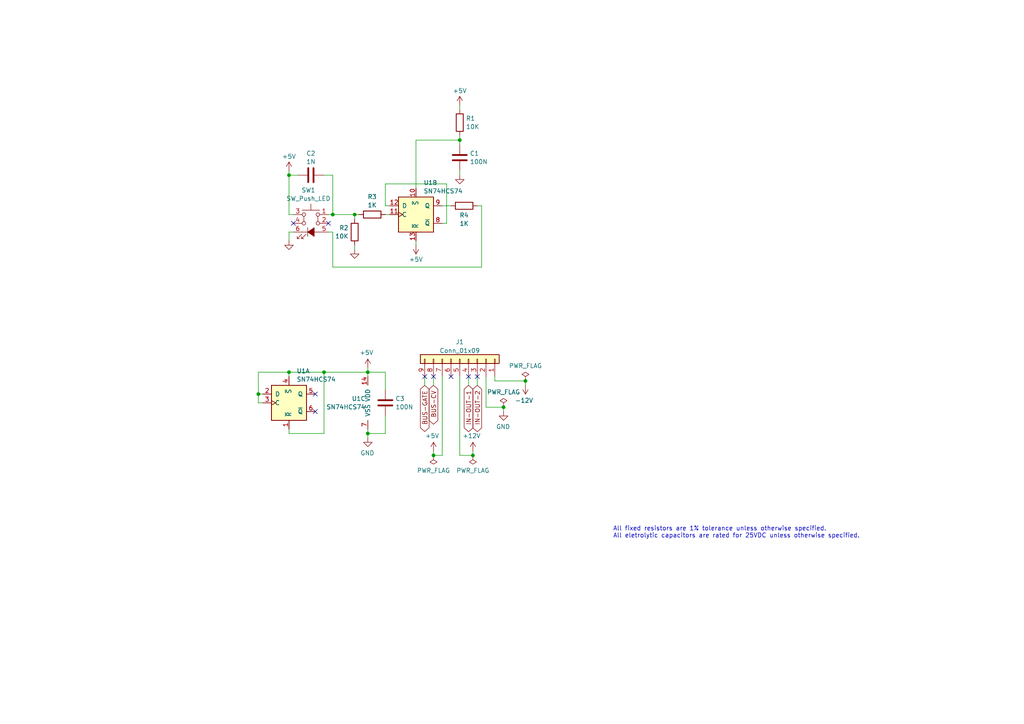
<source format=kicad_sch>
(kicad_sch (version 20230121) (generator eeschema)

  (uuid a1a9a0d8-c6de-418f-9a57-bf7f74b6d401)

  (paper "A4")

  (title_block
    (title "Flip-Flop Test")
    (date "2021-10-06")
    (rev "1.0")
    (company "Len Popp")
    (comment 1 "Copyright © 2023 Len Popp CC BY")
    (comment 2 "Circuit design for my custom Eurorack breadboard prototyping module")
  )

  (lib_symbols
    (symbol "-lmp-IC-misc:SN74HCS74" (pin_names (offset 1.016)) (in_bom yes) (on_board yes)
      (property "Reference" "U" (at -7.62 8.89 0)
        (effects (font (size 1.27 1.27)))
      )
      (property "Value" "SN74HCS74" (at -7.62 -8.89 0)
        (effects (font (size 1.27 1.27)))
      )
      (property "Footprint" "Package_SO:SOIC-14_3.9x8.7mm_P1.27mm" (at 0 0 0)
        (effects (font (size 1.27 1.27)) hide)
      )
      (property "Datasheet" "https://www.ti.com/lit/ds/symlink/sn74hcs74.pdf" (at 0 0 0)
        (effects (font (size 1.27 1.27)) hide)
      )
      (property "Manufacturer" "Texas Instruments" (at 0 0 0)
        (effects (font (size 1.27 1.27)) hide)
      )
      (property "ManufacturerPartNum" "SN74HCS74DR" (at 0 0 0)
        (effects (font (size 1.27 1.27)) hide)
      )
      (property "Distributor" "Mouser" (at 0 0 0)
        (effects (font (size 1.27 1.27)) hide)
      )
      (property "DistributorPartNum" "595-SN74HCS74DR" (at 0 0 0)
        (effects (font (size 1.27 1.27)) hide)
      )
      (property "DistributorPartLink" "https://www.mouser.ca/ProductDetail/Texas-Instruments/SN74HCS74DR?qs=TiOZkKH1s2QvGxo75w4r5Q%3D%3D" (at 0 0 0)
        (effects (font (size 1.27 1.27)) hide)
      )
      (property "ki_locked" "" (at 0 0 0)
        (effects (font (size 1.27 1.27)))
      )
      (property "ki_keywords" "CMOS D flip-flop schmitt" (at 0 0 0)
        (effects (font (size 1.27 1.27)) hide)
      )
      (property "ki_description" "CMOS Dual D Flip-flop, Set & Reset, Positive-edge Triggered, Schmitt-trigger Input" (at 0 0 0)
        (effects (font (size 1.27 1.27)) hide)
      )
      (property "ki_fp_filters" "Breakout*DIP*14*W15.24mm* SOIC*14*3.9*8.7*P1.27*" (at 0 0 0)
        (effects (font (size 1.27 1.27)) hide)
      )
      (symbol "SN74HCS74_1_0"
        (pin input line (at 0 -7.62 90) (length 2.54)
          (name "~{R}" (effects (font (size 1.27 1.27))))
          (number "1" (effects (font (size 1.27 1.27))))
        )
        (pin input line (at -7.62 2.54 0) (length 2.54)
          (name "D" (effects (font (size 1.27 1.27))))
          (number "2" (effects (font (size 1.27 1.27))))
        )
        (pin input clock (at -7.62 0 0) (length 2.54)
          (name "C" (effects (font (size 1.27 1.27))))
          (number "3" (effects (font (size 1.27 1.27))))
        )
        (pin input line (at 0 7.62 270) (length 2.54)
          (name "~{S}" (effects (font (size 1.27 1.27))))
          (number "4" (effects (font (size 1.27 1.27))))
        )
        (pin output line (at 7.62 2.54 180) (length 2.54)
          (name "Q" (effects (font (size 1.27 1.27))))
          (number "5" (effects (font (size 1.27 1.27))))
        )
        (pin output line (at 7.62 -2.54 180) (length 2.54)
          (name "~{Q}" (effects (font (size 1.27 1.27))))
          (number "6" (effects (font (size 1.27 1.27))))
        )
      )
      (symbol "SN74HCS74_1_1"
        (rectangle (start -5.08 5.08) (end 5.08 -5.08)
          (stroke (width 0.254) (type default))
          (fill (type background))
        )
      )
      (symbol "SN74HCS74_2_0"
        (pin input line (at 0 7.62 270) (length 2.54)
          (name "~{S}" (effects (font (size 1.27 1.27))))
          (number "10" (effects (font (size 1.27 1.27))))
        )
        (pin input clock (at -7.62 0 0) (length 2.54)
          (name "C" (effects (font (size 1.27 1.27))))
          (number "11" (effects (font (size 1.27 1.27))))
        )
        (pin input line (at -7.62 2.54 0) (length 2.54)
          (name "D" (effects (font (size 1.27 1.27))))
          (number "12" (effects (font (size 1.27 1.27))))
        )
        (pin input line (at 0 -7.62 90) (length 2.54)
          (name "~{R}" (effects (font (size 1.27 1.27))))
          (number "13" (effects (font (size 1.27 1.27))))
        )
        (pin output line (at 7.62 -2.54 180) (length 2.54)
          (name "~{Q}" (effects (font (size 1.27 1.27))))
          (number "8" (effects (font (size 1.27 1.27))))
        )
        (pin output line (at 7.62 2.54 180) (length 2.54)
          (name "Q" (effects (font (size 1.27 1.27))))
          (number "9" (effects (font (size 1.27 1.27))))
        )
      )
      (symbol "SN74HCS74_2_1"
        (rectangle (start -5.08 5.08) (end 5.08 -5.08)
          (stroke (width 0.254) (type default))
          (fill (type background))
        )
      )
      (symbol "SN74HCS74_3_1"
        (pin power_in line (at 0 7.62 270) (length 2.54)
          (name "VDD" (effects (font (size 1.27 1.27))))
          (number "14" (effects (font (size 1.27 1.27))))
        )
        (pin power_in line (at 0 -7.62 90) (length 2.54)
          (name "VSS" (effects (font (size 1.27 1.27))))
          (number "7" (effects (font (size 1.27 1.27))))
        )
      )
    )
    (symbol "-lmp-power:+12V" (power) (pin_names (offset 0)) (in_bom yes) (on_board yes)
      (property "Reference" "#PWR" (at 0 -3.81 0)
        (effects (font (size 1.27 1.27)) hide)
      )
      (property "Value" "+12V" (at 0 3.556 0)
        (effects (font (size 1.27 1.27)))
      )
      (property "Footprint" "" (at 0 0 0)
        (effects (font (size 1.27 1.27)) hide)
      )
      (property "Datasheet" "" (at 0 0 0)
        (effects (font (size 1.27 1.27)) hide)
      )
      (property "ki_keywords" "power-flag" (at 0 0 0)
        (effects (font (size 1.27 1.27)) hide)
      )
      (property "ki_description" "Power symbol creates a global label with name \"+12V\"" (at 0 0 0)
        (effects (font (size 1.27 1.27)) hide)
      )
      (symbol "+12V_0_1"
        (polyline
          (pts
            (xy -0.762 1.27)
            (xy 0 2.54)
          )
          (stroke (width 0) (type default))
          (fill (type none))
        )
        (polyline
          (pts
            (xy 0 0)
            (xy 0 2.54)
          )
          (stroke (width 0) (type default))
          (fill (type none))
        )
        (polyline
          (pts
            (xy 0 2.54)
            (xy 0.762 1.27)
          )
          (stroke (width 0) (type default))
          (fill (type none))
        )
      )
      (symbol "+12V_1_1"
        (pin power_in line (at 0 0 90) (length 0) hide
          (name "+12V" (effects (font (size 1.27 1.27))))
          (number "1" (effects (font (size 1.27 1.27))))
        )
      )
    )
    (symbol "-lmp-power:+5V" (power) (pin_names (offset 0)) (in_bom yes) (on_board yes)
      (property "Reference" "#PWR" (at 0 -3.81 0)
        (effects (font (size 1.27 1.27)) hide)
      )
      (property "Value" "+5V" (at 0 3.556 0)
        (effects (font (size 1.27 1.27)))
      )
      (property "Footprint" "" (at 0 0 0)
        (effects (font (size 1.27 1.27)) hide)
      )
      (property "Datasheet" "" (at 0 0 0)
        (effects (font (size 1.27 1.27)) hide)
      )
      (property "ki_keywords" "power-flag" (at 0 0 0)
        (effects (font (size 1.27 1.27)) hide)
      )
      (property "ki_description" "Power symbol creates a global label with name \"+5V\"" (at 0 0 0)
        (effects (font (size 1.27 1.27)) hide)
      )
      (symbol "+5V_0_1"
        (polyline
          (pts
            (xy -0.762 1.27)
            (xy 0 2.54)
          )
          (stroke (width 0) (type default))
          (fill (type none))
        )
        (polyline
          (pts
            (xy 0 0)
            (xy 0 2.54)
          )
          (stroke (width 0) (type default))
          (fill (type none))
        )
        (polyline
          (pts
            (xy 0 2.54)
            (xy 0.762 1.27)
          )
          (stroke (width 0) (type default))
          (fill (type none))
        )
      )
      (symbol "+5V_1_1"
        (pin power_in line (at 0 0 90) (length 0) hide
          (name "+5V" (effects (font (size 1.27 1.27))))
          (number "1" (effects (font (size 1.27 1.27))))
        )
      )
    )
    (symbol "-lmp-power:-12V" (power) (pin_names (offset 0)) (in_bom yes) (on_board yes)
      (property "Reference" "#PWR" (at 0 3.81 0)
        (effects (font (size 1.27 1.27)) hide)
      )
      (property "Value" "-12V" (at 0 -3.556 0)
        (effects (font (size 1.27 1.27)))
      )
      (property "Footprint" "" (at 0 0 0)
        (effects (font (size 1.27 1.27)) hide)
      )
      (property "Datasheet" "" (at 0 0 0)
        (effects (font (size 1.27 1.27)) hide)
      )
      (property "ki_keywords" "power-flag" (at 0 0 0)
        (effects (font (size 1.27 1.27)) hide)
      )
      (property "ki_description" "Power symbol creates a global label with name \"-12V\"" (at 0 0 0)
        (effects (font (size 1.27 1.27)) hide)
      )
      (symbol "-12V_0_1"
        (polyline
          (pts
            (xy -0.762 -1.27)
            (xy 0 -2.54)
          )
          (stroke (width 0) (type default))
          (fill (type none))
        )
        (polyline
          (pts
            (xy 0 -2.54)
            (xy 0.762 -1.27)
          )
          (stroke (width 0) (type default))
          (fill (type none))
        )
        (polyline
          (pts
            (xy 0 0)
            (xy 0 -2.54)
          )
          (stroke (width 0) (type default))
          (fill (type none))
        )
      )
      (symbol "-12V_1_1"
        (pin power_in line (at 0 0 270) (length 0) hide
          (name "-12V" (effects (font (size 1.27 1.27))))
          (number "1" (effects (font (size 1.27 1.27))))
        )
      )
    )
    (symbol "-lmp-power:GND" (power) (pin_names (offset 0)) (in_bom yes) (on_board yes)
      (property "Reference" "#PWR" (at 0 -6.35 0)
        (effects (font (size 1.27 1.27)) hide)
      )
      (property "Value" "GND" (at 0 -3.81 0)
        (effects (font (size 1.27 1.27)))
      )
      (property "Footprint" "" (at 0 0 0)
        (effects (font (size 1.27 1.27)) hide)
      )
      (property "Datasheet" "" (at 0 0 0)
        (effects (font (size 1.27 1.27)) hide)
      )
      (property "ki_keywords" "power-flag" (at 0 0 0)
        (effects (font (size 1.27 1.27)) hide)
      )
      (property "ki_description" "Power symbol creates a global label with name \"GND\" , ground" (at 0 0 0)
        (effects (font (size 1.27 1.27)) hide)
      )
      (symbol "GND_0_1"
        (polyline
          (pts
            (xy 0 0)
            (xy 0 -1.27)
            (xy 1.27 -1.27)
            (xy 0 -2.54)
            (xy -1.27 -1.27)
            (xy 0 -1.27)
          )
          (stroke (width 0) (type default))
          (fill (type none))
        )
      )
      (symbol "GND_1_1"
        (pin power_in line (at 0 0 270) (length 0) hide
          (name "GND" (effects (font (size 1.27 1.27))))
          (number "1" (effects (font (size 1.27 1.27))))
        )
      )
    )
    (symbol "-lmp-power:PWR_FLAG" (power) (pin_numbers hide) (pin_names (offset 0) hide) (in_bom yes) (on_board yes)
      (property "Reference" "#FLG" (at 0 1.905 0)
        (effects (font (size 1.27 1.27)) hide)
      )
      (property "Value" "PWR_FLAG" (at 0 3.81 0)
        (effects (font (size 1.27 1.27)))
      )
      (property "Footprint" "" (at 0 0 0)
        (effects (font (size 1.27 1.27)) hide)
      )
      (property "Datasheet" "~" (at 0 0 0)
        (effects (font (size 1.27 1.27)) hide)
      )
      (property "ki_keywords" "power-flag" (at 0 0 0)
        (effects (font (size 1.27 1.27)) hide)
      )
      (property "ki_description" "Special symbol for telling ERC where power comes from" (at 0 0 0)
        (effects (font (size 1.27 1.27)) hide)
      )
      (symbol "PWR_FLAG_0_0"
        (pin power_out line (at 0 0 90) (length 0)
          (name "pwr" (effects (font (size 1.27 1.27))))
          (number "1" (effects (font (size 1.27 1.27))))
        )
      )
      (symbol "PWR_FLAG_0_1"
        (polyline
          (pts
            (xy 0 0)
            (xy 0 1.27)
            (xy -1.016 1.905)
            (xy 0 2.54)
            (xy 1.016 1.905)
            (xy 0 1.27)
          )
          (stroke (width 0) (type default))
          (fill (type none))
        )
      )
    )
    (symbol "-lmp-synth:R_1K_Output" (pin_numbers hide) (pin_names (offset 0)) (in_bom yes) (on_board yes)
      (property "Reference" "R" (at -2.286 0 90)
        (effects (font (size 1.27 1.27)))
      )
      (property "Value" "R_1K_Output" (at 2.413 0 90)
        (effects (font (size 1.27 1.27)))
      )
      (property "Footprint" "-lmp-misc:R_Axial_DIN0207_L6.3mm_D2.5mm_P10.16mm_Horizontal" (at -1.778 0 90)
        (effects (font (size 1.27 1.27)) hide)
      )
      (property "Datasheet" "https://www.mouser.ca/datasheet/2/427/ccf07-1762725.pdf" (at 0 0 0)
        (effects (font (size 1.27 1.27)) hide)
      )
      (property "Value2" "5%, 1/4 W" (at 4.445 0 90)
        (effects (font (size 1.27 1.27)))
      )
      (property "Note" "Output limiting" (at -1.905 -1.905 90)
        (effects (font (size 1.27 1.27)) hide)
      )
      (property "Manufacturer" "Vishay / Dale" (at 0 0 0)
        (effects (font (size 1.27 1.27)) hide)
      )
      (property "ManufacturerPartNum" "CCF071K00JKE36" (at 0 0 0)
        (effects (font (size 1.27 1.27)) hide)
      )
      (property "Distributor" "Mouser" (at -1.905 0 90)
        (effects (font (size 1.27 1.27)) hide)
      )
      (property "DistributorPartNum" "71-CCF071K00JKE36" (at 0 0 0)
        (effects (font (size 1.27 1.27)) hide)
      )
      (property "DistributorPartLink" "https://www.mouser.ca/ProductDetail/Vishay-Dale/CCF071K00JKE36?qs=sGAEpiMZZMsPqMdJzcrNwqw41JD0NFylHV1MADcQnpo%3D" (at 0 0 0)
        (effects (font (size 1.27 1.27)) hide)
      )
      (property "ki_keywords" "R res resistor" (at 0 0 0)
        (effects (font (size 1.27 1.27)) hide)
      )
      (property "ki_description" "Resistor" (at 0 0 0)
        (effects (font (size 1.27 1.27)) hide)
      )
      (property "ki_fp_filters" "R_*" (at 0 0 0)
        (effects (font (size 1.27 1.27)) hide)
      )
      (symbol "R_1K_Output_0_1"
        (rectangle (start -1.016 -2.54) (end 1.016 2.54)
          (stroke (width 0.254) (type default))
          (fill (type none))
        )
      )
      (symbol "R_1K_Output_1_1"
        (pin passive line (at 0 3.81 270) (length 1.27)
          (name "~" (effects (font (size 1.27 1.27))))
          (number "1" (effects (font (size 1.27 1.27))))
        )
        (pin passive line (at 0 -3.81 90) (length 1.27)
          (name "~" (effects (font (size 1.27 1.27))))
          (number "2" (effects (font (size 1.27 1.27))))
        )
      )
    )
    (symbol "-lmp-synth:SW_Push_LED_C&K_D6R" (pin_names (offset 1.016) hide) (in_bom yes) (on_board yes)
      (property "Reference" "SW" (at 0.635 5.715 0)
        (effects (font (size 1.27 1.27)) (justify left))
      )
      (property "Value" "SW_Push_LED_C&K_D6R" (at -0.0508 -5.9182 0)
        (effects (font (size 1.27 1.27)))
      )
      (property "Footprint" "-lmp-synth:SW_Push_LED_C&K_D6R" (at 0 7.62 0)
        (effects (font (size 1.27 1.27)) hide)
      )
      (property "Datasheet" "https://www.mouser.ca/datasheet/2/60/d6-1382571.pdf" (at 0 7.62 0)
        (effects (font (size 1.27 1.27)) hide)
      )
      (property "Manufacturer" "C&K" (at 0 0 0)
        (effects (font (size 1.27 1.27)) hide)
      )
      (property "ManufacturerPartNum" "D6RLBUF1 LFS" (at 0 0 0)
        (effects (font (size 1.27 1.27)) hide)
      )
      (property "Distributor" "Mouser" (at 0 0 0)
        (effects (font (size 1.27 1.27)) hide)
      )
      (property "DistributorPartNum" "611-D6RLBUF1LFS" (at 0 0 0)
        (effects (font (size 1.27 1.27)) hide)
      )
      (property "DistributorPartLink" "https://www.mouser.co.uk/ProductDetail/CK/D6RLBUF1-LFS?qs=zW32dvEIR3uFcmnP%2FjXwsQ%3D%3D" (at 0 0 0)
        (effects (font (size 1.27 1.27)) hide)
      )
      (property "ki_keywords" "switch normally-open pushbutton push-button LED C&K D6R" (at 0 0 0)
        (effects (font (size 1.27 1.27)) hide)
      )
      (property "ki_description" "Push button switch with single LED, C&K D6R series" (at 0 0 0)
        (effects (font (size 1.27 1.27)) hide)
      )
      (symbol "SW_Push_LED_C&K_D6R_0_0"
        (polyline
          (pts
            (xy -2.54 -2.54)
            (xy 2.54 -2.54)
          )
          (stroke (width 0) (type default))
          (fill (type none))
        )
        (polyline
          (pts
            (xy 0.9398 -1.27)
            (xy 0.9398 -3.81)
          )
          (stroke (width 0) (type default))
          (fill (type none))
        )
        (polyline
          (pts
            (xy 2.6924 -4.445)
            (xy 1.4224 -3.175)
          )
          (stroke (width 0) (type default))
          (fill (type none))
        )
        (polyline
          (pts
            (xy 3.9624 -4.445)
            (xy 2.6924 -3.175)
          )
          (stroke (width 0) (type default))
          (fill (type none))
        )
        (polyline
          (pts
            (xy 2.6924 -3.81)
            (xy 2.6924 -4.445)
            (xy 2.0574 -4.445)
          )
          (stroke (width 0) (type default))
          (fill (type none))
        )
        (polyline
          (pts
            (xy 3.9624 -3.81)
            (xy 3.9624 -4.445)
            (xy 3.3274 -4.445)
          )
          (stroke (width 0) (type default))
          (fill (type none))
        )
        (polyline
          (pts
            (xy 0.9398 -2.54)
            (xy -0.9652 -1.27)
            (xy -0.9652 -3.81)
            (xy 0.9398 -2.54)
          )
          (stroke (width 0) (type default))
          (fill (type outline))
        )
      )
      (symbol "SW_Push_LED_C&K_D6R_0_1"
        (circle (center -2.032 2.54) (radius 0.508)
          (stroke (width 0) (type default))
          (fill (type none))
        )
        (polyline
          (pts
            (xy -2.032 2.032)
            (xy -2.032 0.508)
          )
          (stroke (width 0) (type default))
          (fill (type none))
        )
        (polyline
          (pts
            (xy 0 3.81)
            (xy 0 5.588)
          )
          (stroke (width 0) (type default))
          (fill (type none))
        )
        (polyline
          (pts
            (xy 2.032 2.032)
            (xy 2.032 0.508)
          )
          (stroke (width 0) (type default))
          (fill (type none))
        )
        (polyline
          (pts
            (xy 2.54 3.81)
            (xy -2.54 3.81)
          )
          (stroke (width 0) (type default))
          (fill (type none))
        )
        (circle (center 2.032 2.54) (radius 0.508)
          (stroke (width 0) (type default))
          (fill (type none))
        )
        (pin passive line (at -5.08 2.54 0) (length 2.54)
          (name "1" (effects (font (size 1.27 1.27))))
          (number "1" (effects (font (size 1.27 1.27))))
        )
        (pin passive line (at 5.08 2.54 180) (length 2.54)
          (name "3" (effects (font (size 1.27 1.27))))
          (number "3" (effects (font (size 1.27 1.27))))
        )
        (pin passive line (at -5.08 -2.54 0) (length 2.54)
          (name "A" (effects (font (size 1.27 1.27))))
          (number "5" (effects (font (size 1.27 1.27))))
        )
        (pin passive line (at 5.08 -2.54 180) (length 2.54)
          (name "K" (effects (font (size 1.27 1.27))))
          (number "6" (effects (font (size 1.27 1.27))))
        )
      )
      (symbol "SW_Push_LED_C&K_D6R_1_1"
        (circle (center -2.032 0) (radius 0.508)
          (stroke (width 0) (type default))
          (fill (type none))
        )
        (circle (center 2.032 0) (radius 0.508)
          (stroke (width 0) (type default))
          (fill (type none))
        )
        (pin passive line (at -5.08 0 0) (length 2.54)
          (name "2" (effects (font (size 1.27 1.27))))
          (number "2" (effects (font (size 1.27 1.27))))
        )
        (pin passive line (at 5.08 0 180) (length 2.54)
          (name "4" (effects (font (size 1.27 1.27))))
          (number "4" (effects (font (size 1.27 1.27))))
        )
      )
    )
    (symbol "-lmp:CC_100N" (pin_numbers hide) (pin_names (offset 0.254)) (in_bom yes) (on_board yes)
      (property "Reference" "C" (at 0.635 2.54 0)
        (effects (font (size 1.27 1.27)) (justify left))
      )
      (property "Value" "CC_100N" (at 0.635 -2.54 0)
        (effects (font (size 1.27 1.27)) (justify left))
      )
      (property "Footprint" "-lmp-misc:C_Disc_D5.0mm_W2.5mm_P2.50mm" (at 0.9652 -3.81 0)
        (effects (font (size 1.27 1.27)) hide)
      )
      (property "Datasheet" "https://product.tdk.com/system/files/dam/doc/product/capacitor/ceramic/lead-mlcc/catalog/leadmlcc_halogenfree_fg_en.pdf" (at -0.635 -3.81 0)
        (effects (font (size 1.27 1.27)) hide)
      )
      (property "Note" "IC decoupling" (at 0.635 -5.08 0)
        (effects (font (size 1.27 1.27)) (justify left) hide)
      )
      (property "Manufacturer" "TDK" (at 0 0 0)
        (effects (font (size 1.27 1.27)) hide)
      )
      (property "ManufacturerPartNum" "FG18X7R1H104KNT06" (at 0 0 0)
        (effects (font (size 1.27 1.27)) hide)
      )
      (property "Distributor" "Mouser" (at 0 0 0)
        (effects (font (size 1.27 1.27)) hide)
      )
      (property "DistributorPartNum" "810-FG18X7R1H104KNT6" (at 0 0 0)
        (effects (font (size 1.27 1.27)) hide)
      )
      (property "DistributorPartLink" "https://www.mouser.ca/ProductDetail/810-FG18X7R1H104KNT6" (at 0 0 0)
        (effects (font (size 1.27 1.27)) hide)
      )
      (property "ki_keywords" "cap capacitor ceramic" (at 0 0 0)
        (effects (font (size 1.27 1.27)) hide)
      )
      (property "ki_description" "Capacitor - Ceramic - IC decoupling" (at 0 0 0)
        (effects (font (size 1.27 1.27)) hide)
      )
      (property "ki_fp_filters" "C_*" (at 0 0 0)
        (effects (font (size 1.27 1.27)) hide)
      )
      (symbol "CC_100N_0_1"
        (polyline
          (pts
            (xy -2.032 -0.762)
            (xy 2.032 -0.762)
          )
          (stroke (width 0.508) (type default))
          (fill (type none))
        )
        (polyline
          (pts
            (xy -2.032 0.762)
            (xy 2.032 0.762)
          )
          (stroke (width 0.508) (type default))
          (fill (type none))
        )
      )
      (symbol "CC_100N_1_1"
        (pin passive line (at 0 3.81 270) (length 2.794)
          (name "~" (effects (font (size 1.27 1.27))))
          (number "1" (effects (font (size 1.27 1.27))))
        )
        (pin passive line (at 0 -3.81 90) (length 2.794)
          (name "~" (effects (font (size 1.27 1.27))))
          (number "2" (effects (font (size 1.27 1.27))))
        )
      )
    )
    (symbol "-lmp:R_1%_0W166" (pin_numbers hide) (pin_names (offset 0)) (in_bom yes) (on_board yes)
      (property "Reference" "R" (at -2.286 0 90)
        (effects (font (size 1.27 1.27)))
      )
      (property "Value" "R_1%_0W166" (at 2.413 0 90)
        (effects (font (size 1.27 1.27)))
      )
      (property "Footprint" "-lmp-misc:R_Axial_DIN0207_L6.3mm_D2.5mm_P7.62mm_Horizontal" (at -1.778 0 90)
        (effects (font (size 1.27 1.27)) hide)
      )
      (property "Datasheet" "https://www.mouser.ca/datasheet/2/447/Yageo_LR_MFR_1-1714151.pdf" (at 0 0 0)
        (effects (font (size 1.27 1.27)) hide)
      )
      (property "Manufacturer" "YAGEO" (at 0 0 0)
        (effects (font (size 1.27 1.27)) hide)
      )
      (property "ManufacturerPartNum" "MFR-12*" (at 0 0 0)
        (effects (font (size 1.27 1.27)) hide)
      )
      (property "Distributor" "Mouser" (at 0 0 0)
        (effects (font (size 1.27 1.27)) hide)
      )
      (property "DistributorPartNum" "603-MFR-12*" (at 0 0 0)
        (effects (font (size 1.27 1.27)) hide)
      )
      (property "DistributorPartLink" "https://www.mouser.ca/c/?m=YAGEO&power+rating=166+mW+(1%2f6+W)&tolerance=1+%25&instock=y" (at 0 0 0)
        (effects (font (size 1.27 1.27)) hide)
      )
      (property "Value2" "1%, 1/6 W" (at 4.953 0 90)
        (effects (font (size 1.27 1.27)) hide)
      )
      (property "ki_keywords" "R res resistor" (at 0 0 0)
        (effects (font (size 1.27 1.27)) hide)
      )
      (property "ki_description" "Resistor" (at 0 0 0)
        (effects (font (size 1.27 1.27)) hide)
      )
      (property "ki_fp_filters" "R_*" (at 0 0 0)
        (effects (font (size 1.27 1.27)) hide)
      )
      (symbol "R_1%_0W166_0_1"
        (rectangle (start -1.016 -2.54) (end 1.016 2.54)
          (stroke (width 0.254) (type default))
          (fill (type none))
        )
      )
      (symbol "R_1%_0W166_1_1"
        (pin passive line (at 0 3.81 270) (length 1.27)
          (name "~" (effects (font (size 1.27 1.27))))
          (number "1" (effects (font (size 1.27 1.27))))
        )
        (pin passive line (at 0 -3.81 90) (length 1.27)
          (name "~" (effects (font (size 1.27 1.27))))
          (number "2" (effects (font (size 1.27 1.27))))
        )
      )
    )
    (symbol "Connector_Generic:Conn_01x09" (pin_names (offset 1.016) hide) (in_bom yes) (on_board yes)
      (property "Reference" "J" (at 0 12.7 0)
        (effects (font (size 1.27 1.27)))
      )
      (property "Value" "Conn_01x09" (at 0 -12.7 0)
        (effects (font (size 1.27 1.27)))
      )
      (property "Footprint" "" (at 0 0 0)
        (effects (font (size 1.27 1.27)) hide)
      )
      (property "Datasheet" "~" (at 0 0 0)
        (effects (font (size 1.27 1.27)) hide)
      )
      (property "ki_keywords" "connector" (at 0 0 0)
        (effects (font (size 1.27 1.27)) hide)
      )
      (property "ki_description" "Generic connector, single row, 01x09, script generated (kicad-library-utils/schlib/autogen/connector/)" (at 0 0 0)
        (effects (font (size 1.27 1.27)) hide)
      )
      (property "ki_fp_filters" "Connector*:*_1x??_*" (at 0 0 0)
        (effects (font (size 1.27 1.27)) hide)
      )
      (symbol "Conn_01x09_1_1"
        (rectangle (start -1.27 -10.033) (end 0 -10.287)
          (stroke (width 0.1524) (type default))
          (fill (type none))
        )
        (rectangle (start -1.27 -7.493) (end 0 -7.747)
          (stroke (width 0.1524) (type default))
          (fill (type none))
        )
        (rectangle (start -1.27 -4.953) (end 0 -5.207)
          (stroke (width 0.1524) (type default))
          (fill (type none))
        )
        (rectangle (start -1.27 -2.413) (end 0 -2.667)
          (stroke (width 0.1524) (type default))
          (fill (type none))
        )
        (rectangle (start -1.27 0.127) (end 0 -0.127)
          (stroke (width 0.1524) (type default))
          (fill (type none))
        )
        (rectangle (start -1.27 2.667) (end 0 2.413)
          (stroke (width 0.1524) (type default))
          (fill (type none))
        )
        (rectangle (start -1.27 5.207) (end 0 4.953)
          (stroke (width 0.1524) (type default))
          (fill (type none))
        )
        (rectangle (start -1.27 7.747) (end 0 7.493)
          (stroke (width 0.1524) (type default))
          (fill (type none))
        )
        (rectangle (start -1.27 10.287) (end 0 10.033)
          (stroke (width 0.1524) (type default))
          (fill (type none))
        )
        (rectangle (start -1.27 11.43) (end 1.27 -11.43)
          (stroke (width 0.254) (type default))
          (fill (type background))
        )
        (pin passive line (at -5.08 10.16 0) (length 3.81)
          (name "Pin_1" (effects (font (size 1.27 1.27))))
          (number "1" (effects (font (size 1.27 1.27))))
        )
        (pin passive line (at -5.08 7.62 0) (length 3.81)
          (name "Pin_2" (effects (font (size 1.27 1.27))))
          (number "2" (effects (font (size 1.27 1.27))))
        )
        (pin passive line (at -5.08 5.08 0) (length 3.81)
          (name "Pin_3" (effects (font (size 1.27 1.27))))
          (number "3" (effects (font (size 1.27 1.27))))
        )
        (pin passive line (at -5.08 2.54 0) (length 3.81)
          (name "Pin_4" (effects (font (size 1.27 1.27))))
          (number "4" (effects (font (size 1.27 1.27))))
        )
        (pin passive line (at -5.08 0 0) (length 3.81)
          (name "Pin_5" (effects (font (size 1.27 1.27))))
          (number "5" (effects (font (size 1.27 1.27))))
        )
        (pin passive line (at -5.08 -2.54 0) (length 3.81)
          (name "Pin_6" (effects (font (size 1.27 1.27))))
          (number "6" (effects (font (size 1.27 1.27))))
        )
        (pin passive line (at -5.08 -5.08 0) (length 3.81)
          (name "Pin_7" (effects (font (size 1.27 1.27))))
          (number "7" (effects (font (size 1.27 1.27))))
        )
        (pin passive line (at -5.08 -7.62 0) (length 3.81)
          (name "Pin_8" (effects (font (size 1.27 1.27))))
          (number "8" (effects (font (size 1.27 1.27))))
        )
        (pin passive line (at -5.08 -10.16 0) (length 3.81)
          (name "Pin_9" (effects (font (size 1.27 1.27))))
          (number "9" (effects (font (size 1.27 1.27))))
        )
      )
    )
    (symbol "GND_1" (power) (pin_numbers hide) (pin_names (offset 0) hide) (in_bom yes) (on_board yes)
      (property "Reference" "#PWR" (at 0 -6.35 0)
        (effects (font (size 1.27 1.27)) hide)
      )
      (property "Value" "GND_1" (at 0 -3.81 0)
        (effects (font (size 1.27 1.27)) hide)
      )
      (property "Footprint" "" (at 0 0 0)
        (effects (font (size 1.27 1.27)) hide)
      )
      (property "Datasheet" "" (at 0 0 0)
        (effects (font (size 1.27 1.27)) hide)
      )
      (property "ki_keywords" "power-flag" (at 0 0 0)
        (effects (font (size 1.27 1.27)) hide)
      )
      (property "ki_description" "Power symbol creates a global label with name \"GND\" , ground" (at 0 0 0)
        (effects (font (size 1.27 1.27)) hide)
      )
      (symbol "GND_1_0_1"
        (polyline
          (pts
            (xy 0 0)
            (xy 0 -1.27)
            (xy 1.27 -1.27)
            (xy 0 -2.54)
            (xy -1.27 -1.27)
            (xy 0 -1.27)
          )
          (stroke (width 0) (type default))
          (fill (type none))
        )
      )
      (symbol "GND_1_1_1"
        (pin power_in line (at 0 0 270) (length 0) hide
          (name "GND" (effects (font (size 1.27 1.27))))
          (number "1" (effects (font (size 1.27 1.27))))
        )
      )
    )
    (symbol "GND_2" (power) (pin_numbers hide) (pin_names (offset 0) hide) (in_bom yes) (on_board yes)
      (property "Reference" "#PWR" (at 0 -6.35 0)
        (effects (font (size 1.27 1.27)) hide)
      )
      (property "Value" "GND_2" (at 0 -3.81 0)
        (effects (font (size 1.27 1.27)) hide)
      )
      (property "Footprint" "" (at 0 0 0)
        (effects (font (size 1.27 1.27)) hide)
      )
      (property "Datasheet" "" (at 0 0 0)
        (effects (font (size 1.27 1.27)) hide)
      )
      (property "ki_keywords" "power-flag" (at 0 0 0)
        (effects (font (size 1.27 1.27)) hide)
      )
      (property "ki_description" "Power symbol creates a global label with name \"GND\" , ground" (at 0 0 0)
        (effects (font (size 1.27 1.27)) hide)
      )
      (symbol "GND_2_0_1"
        (polyline
          (pts
            (xy 0 0)
            (xy 0 -1.27)
            (xy 1.27 -1.27)
            (xy 0 -2.54)
            (xy -1.27 -1.27)
            (xy 0 -1.27)
          )
          (stroke (width 0) (type default))
          (fill (type none))
        )
      )
      (symbol "GND_2_1_1"
        (pin power_in line (at 0 0 270) (length 0) hide
          (name "GND" (effects (font (size 1.27 1.27))))
          (number "1" (effects (font (size 1.27 1.27))))
        )
      )
    )
    (symbol "GND_4" (power) (pin_numbers hide) (pin_names (offset 0) hide) (in_bom yes) (on_board yes)
      (property "Reference" "#PWR" (at 0 -6.35 0)
        (effects (font (size 1.27 1.27)) hide)
      )
      (property "Value" "GND_4" (at 0 -3.81 0)
        (effects (font (size 1.27 1.27)) hide)
      )
      (property "Footprint" "" (at 0 0 0)
        (effects (font (size 1.27 1.27)) hide)
      )
      (property "Datasheet" "" (at 0 0 0)
        (effects (font (size 1.27 1.27)) hide)
      )
      (property "ki_keywords" "power-flag" (at 0 0 0)
        (effects (font (size 1.27 1.27)) hide)
      )
      (property "ki_description" "Power symbol creates a global label with name \"GND\" , ground" (at 0 0 0)
        (effects (font (size 1.27 1.27)) hide)
      )
      (symbol "GND_4_0_1"
        (polyline
          (pts
            (xy 0 0)
            (xy 0 -1.27)
            (xy 1.27 -1.27)
            (xy 0 -2.54)
            (xy -1.27 -1.27)
            (xy 0 -1.27)
          )
          (stroke (width 0) (type default))
          (fill (type none))
        )
      )
      (symbol "GND_4_1_1"
        (pin power_in line (at 0 0 270) (length 0) hide
          (name "GND" (effects (font (size 1.27 1.27))))
          (number "1" (effects (font (size 1.27 1.27))))
        )
      )
    )
  )

  (junction (at 83.82 107.95) (diameter 0) (color 0 0 0 0)
    (uuid 044e3105-09ef-4a39-a821-61c0796f2182)
  )
  (junction (at 96.52 62.23) (diameter 0) (color 0 0 0 0)
    (uuid 0c548fb4-091b-43be-860b-6c18ec8abb0e)
  )
  (junction (at 93.98 107.95) (diameter 0) (color 0 0 0 0)
    (uuid 16dfecdc-4f40-4438-9ee2-bf4d080aed18)
  )
  (junction (at 106.68 125.73) (diameter 0) (color 0 0 0 0)
    (uuid 621c57d3-a2fe-435d-a797-a5b1f46ced8e)
  )
  (junction (at 146.05 118.11) (diameter 0) (color 0 0 0 0)
    (uuid 7ea85228-de9d-46bb-aa3c-34dfb8e54239)
  )
  (junction (at 74.93 114.3) (diameter 0) (color 0 0 0 0)
    (uuid 7f92c9e4-ea1d-495e-aea8-9e533f818e28)
  )
  (junction (at 137.16 132.08) (diameter 0) (color 0 0 0 0)
    (uuid 83c70ce6-e441-4b07-80a6-2f5fb8a6492d)
  )
  (junction (at 83.82 50.8) (diameter 0) (color 0 0 0 0)
    (uuid a553187a-768c-44c2-8c5c-1600987128ae)
  )
  (junction (at 152.4 110.49) (diameter 0) (color 0 0 0 0)
    (uuid d1038279-4eb4-4065-836c-dbd8cfc6d4a4)
  )
  (junction (at 102.87 62.23) (diameter 0) (color 0 0 0 0)
    (uuid d52d1aa2-931c-4c70-baff-b41f1b2298a7)
  )
  (junction (at 125.73 132.08) (diameter 0) (color 0 0 0 0)
    (uuid e06225e3-eb34-4222-b283-4c5fa1a14550)
  )
  (junction (at 106.68 107.95) (diameter 0) (color 0 0 0 0)
    (uuid f267d6bd-2bc5-4a75-98ac-da11464edfa0)
  )
  (junction (at 133.35 40.64) (diameter 0) (color 0 0 0 0)
    (uuid ff43daa2-0151-4104-946d-866c32e0252c)
  )

  (no_connect (at 91.44 119.38) (uuid 2f98f0c9-3ef2-4bbf-8f93-b306cb988ab4))
  (no_connect (at 95.25 64.77) (uuid 40d8501a-c8bd-4617-98b1-19002804a3c8))
  (no_connect (at 123.19 109.22) (uuid 688d0284-782f-45fa-b739-01bbae5f8154))
  (no_connect (at 85.09 64.77) (uuid 6a18e288-f6c1-4cea-801f-686949213d43))
  (no_connect (at 130.81 109.22) (uuid 90a74f5e-7380-4ff0-bb5e-d9d5841f174b))
  (no_connect (at 91.44 114.3) (uuid d831ed25-693c-4572-b081-907ae403e065))
  (no_connect (at 135.89 109.22) (uuid de29183a-a959-438e-ba80-9951a1cd01fe))
  (no_connect (at 138.43 109.22) (uuid e93dc22c-e8a4-4ff8-b39b-983465abe9e9))
  (no_connect (at 125.73 109.22) (uuid ed5299b6-9568-4924-a5d7-a58b7726d9b4))

  (wire (pts (xy 83.82 67.31) (xy 83.82 69.85))
    (stroke (width 0) (type default))
    (uuid 03642e40-dd74-4e78-b826-fa2705b19484)
  )
  (wire (pts (xy 106.68 125.73) (xy 106.68 124.46))
    (stroke (width 0) (type default))
    (uuid 03e24638-111a-4934-a4d6-5fabd84908fc)
  )
  (wire (pts (xy 111.76 53.34) (xy 111.76 59.69))
    (stroke (width 0) (type default))
    (uuid 04198941-e6d8-4725-9dc4-d53a666b43a6)
  )
  (wire (pts (xy 83.82 49.53) (xy 83.82 50.8))
    (stroke (width 0) (type default))
    (uuid 13d5f2cf-5c84-4b38-b9aa-5b6664b20049)
  )
  (wire (pts (xy 135.89 109.22) (xy 135.89 111.76))
    (stroke (width 0) (type default))
    (uuid 15f06c58-f54a-4e99-8411-3b02ee2b6d87)
  )
  (wire (pts (xy 125.73 132.08) (xy 128.27 132.08))
    (stroke (width 0) (type default))
    (uuid 16a7e0a2-3e0c-4e8d-a95d-0aa2745b5fd4)
  )
  (wire (pts (xy 86.36 50.8) (xy 83.82 50.8))
    (stroke (width 0) (type default))
    (uuid 17cc1b65-3207-409c-b26d-4657032bd7a5)
  )
  (wire (pts (xy 83.82 62.23) (xy 85.09 62.23))
    (stroke (width 0) (type default))
    (uuid 18b82c24-6976-4bc1-bcce-5b5dc36933ce)
  )
  (wire (pts (xy 133.35 39.37) (xy 133.35 40.64))
    (stroke (width 0) (type default))
    (uuid 19fd8963-b60c-4cd6-a198-72ab6fc2bb62)
  )
  (wire (pts (xy 143.51 110.49) (xy 152.4 110.49))
    (stroke (width 0) (type default))
    (uuid 1b59498e-fed4-40a3-97df-2886f1711aad)
  )
  (wire (pts (xy 138.43 59.69) (xy 139.7 59.69))
    (stroke (width 0) (type default))
    (uuid 1e4c0974-97fe-4688-82d0-940d2b294103)
  )
  (wire (pts (xy 93.98 107.95) (xy 106.68 107.95))
    (stroke (width 0) (type default))
    (uuid 1f735f21-91e8-4adb-a5c3-67ed13a376a9)
  )
  (wire (pts (xy 152.4 110.49) (xy 152.4 111.76))
    (stroke (width 0) (type default))
    (uuid 205abb1a-e53d-43ca-8aa5-51b63e522399)
  )
  (wire (pts (xy 93.98 125.73) (xy 93.98 107.95))
    (stroke (width 0) (type default))
    (uuid 233a5361-4f28-48ca-9232-ef76f58215e9)
  )
  (wire (pts (xy 133.35 40.64) (xy 133.35 41.91))
    (stroke (width 0) (type default))
    (uuid 270a47d4-2074-4526-8df9-907b0ebbbb78)
  )
  (wire (pts (xy 111.76 107.95) (xy 111.76 113.03))
    (stroke (width 0) (type default))
    (uuid 2bd4f7b7-c631-4bee-a1cc-cdd653261c88)
  )
  (wire (pts (xy 93.98 107.95) (xy 83.82 107.95))
    (stroke (width 0) (type default))
    (uuid 30d3e8a7-6f3c-44a2-a275-f83211c11f74)
  )
  (wire (pts (xy 129.54 64.77) (xy 129.54 53.34))
    (stroke (width 0) (type default))
    (uuid 383f3aaa-fd21-437b-aefd-31994149b9d9)
  )
  (wire (pts (xy 120.65 69.85) (xy 120.65 71.12))
    (stroke (width 0) (type default))
    (uuid 3a4db201-7b30-4f0c-b6e9-3d836fc78897)
  )
  (wire (pts (xy 102.87 71.12) (xy 102.87 72.39))
    (stroke (width 0) (type default))
    (uuid 3d57ece4-4b7a-45c6-938b-3094ab1698b9)
  )
  (wire (pts (xy 74.93 116.84) (xy 74.93 114.3))
    (stroke (width 0) (type default))
    (uuid 40f4fa61-fbdc-400b-8797-62065f411a44)
  )
  (wire (pts (xy 125.73 130.81) (xy 125.73 132.08))
    (stroke (width 0) (type default))
    (uuid 429879b2-b02e-428e-aa75-e3e41021046f)
  )
  (wire (pts (xy 133.35 49.53) (xy 133.35 50.8))
    (stroke (width 0) (type default))
    (uuid 44677ced-f738-4dd9-8fb4-c4142985c2bd)
  )
  (wire (pts (xy 128.27 64.77) (xy 129.54 64.77))
    (stroke (width 0) (type default))
    (uuid 4d8f94c9-d7d8-46b0-87a9-a57df4fd56f5)
  )
  (wire (pts (xy 85.09 67.31) (xy 83.82 67.31))
    (stroke (width 0) (type default))
    (uuid 51130731-8b84-4513-83e9-53551f57fe76)
  )
  (wire (pts (xy 128.27 132.08) (xy 128.27 109.22))
    (stroke (width 0) (type default))
    (uuid 529203ba-fbff-4f97-b041-152e441619f5)
  )
  (wire (pts (xy 83.82 124.46) (xy 83.82 125.73))
    (stroke (width 0) (type default))
    (uuid 53ce23b9-ae95-4b19-86c7-5b738a78e038)
  )
  (wire (pts (xy 133.35 132.08) (xy 137.16 132.08))
    (stroke (width 0) (type default))
    (uuid 554b8be7-1943-45a4-a457-6b2d60ac1024)
  )
  (wire (pts (xy 138.43 111.76) (xy 138.43 109.22))
    (stroke (width 0) (type default))
    (uuid 57d975d4-6607-4de8-909d-121b06b236cd)
  )
  (wire (pts (xy 129.54 53.34) (xy 111.76 53.34))
    (stroke (width 0) (type default))
    (uuid 58c505d6-5baa-4ac9-8b10-112721e2da81)
  )
  (wire (pts (xy 133.35 40.64) (xy 120.65 40.64))
    (stroke (width 0) (type default))
    (uuid 5a669592-19cb-4085-8ec2-d48e1b8cb573)
  )
  (wire (pts (xy 83.82 50.8) (xy 83.82 62.23))
    (stroke (width 0) (type default))
    (uuid 65f411f4-c561-4d28-b79f-ca526fa07679)
  )
  (wire (pts (xy 143.51 110.49) (xy 143.51 109.22))
    (stroke (width 0) (type default))
    (uuid 6c027193-51a5-47ee-909d-a5cb24c49931)
  )
  (wire (pts (xy 74.93 114.3) (xy 76.2 114.3))
    (stroke (width 0) (type default))
    (uuid 6ca7e3e3-7d7d-49cd-94d1-b266981833e2)
  )
  (wire (pts (xy 96.52 77.47) (xy 96.52 67.31))
    (stroke (width 0) (type default))
    (uuid 72f2bb5e-909f-4696-8227-deaffca2d60b)
  )
  (wire (pts (xy 139.7 59.69) (xy 139.7 77.47))
    (stroke (width 0) (type default))
    (uuid 7653c224-560a-462c-9695-62612fa7d4ab)
  )
  (wire (pts (xy 146.05 118.11) (xy 140.97 118.11))
    (stroke (width 0) (type default))
    (uuid 78eaf86f-e933-4844-b00d-e0b3fe26d052)
  )
  (wire (pts (xy 111.76 125.73) (xy 106.68 125.73))
    (stroke (width 0) (type default))
    (uuid 7e34b9dd-68b6-41ce-b265-3798fa42233c)
  )
  (wire (pts (xy 106.68 127) (xy 106.68 125.73))
    (stroke (width 0) (type default))
    (uuid 81837c6d-22ff-4b86-95c6-4df93a5dc708)
  )
  (wire (pts (xy 102.87 62.23) (xy 102.87 63.5))
    (stroke (width 0) (type default))
    (uuid 8b4d1217-4380-42ba-bb56-590752df2d4b)
  )
  (wire (pts (xy 74.93 114.3) (xy 74.93 107.95))
    (stroke (width 0) (type default))
    (uuid 8f94f911-b3e2-4532-89f2-ab3cb6e3285a)
  )
  (wire (pts (xy 74.93 116.84) (xy 76.2 116.84))
    (stroke (width 0) (type default))
    (uuid 95987160-eed8-43ef-908c-191a58ef0047)
  )
  (wire (pts (xy 96.52 62.23) (xy 102.87 62.23))
    (stroke (width 0) (type default))
    (uuid 9b574e3d-bb46-4c92-b0e9-dc6e177a7873)
  )
  (wire (pts (xy 125.73 109.22) (xy 125.73 111.76))
    (stroke (width 0) (type default))
    (uuid 9bdeda29-d138-4c87-b429-3ac24826c6e2)
  )
  (wire (pts (xy 120.65 40.64) (xy 120.65 54.61))
    (stroke (width 0) (type default))
    (uuid a27ba3c6-2d1a-45bf-8399-154cb065bbbf)
  )
  (wire (pts (xy 106.68 107.95) (xy 106.68 109.22))
    (stroke (width 0) (type default))
    (uuid a7a6c2f4-77e7-455c-ba22-06f790a14f5f)
  )
  (wire (pts (xy 74.93 107.95) (xy 83.82 107.95))
    (stroke (width 0) (type default))
    (uuid a916be82-5f89-47e7-af75-ba2116f91bd8)
  )
  (wire (pts (xy 137.16 130.81) (xy 137.16 132.08))
    (stroke (width 0) (type default))
    (uuid aa79643c-4152-4c50-aba6-7db5a76f9181)
  )
  (wire (pts (xy 111.76 120.65) (xy 111.76 125.73))
    (stroke (width 0) (type default))
    (uuid b3c9bad3-be32-470e-a9fd-602de066f513)
  )
  (wire (pts (xy 93.98 50.8) (xy 96.52 50.8))
    (stroke (width 0) (type default))
    (uuid b658a3cc-3acc-4451-a94f-b4dc1112d4bc)
  )
  (wire (pts (xy 106.68 107.95) (xy 111.76 107.95))
    (stroke (width 0) (type default))
    (uuid bebf08fa-406c-4b93-a720-bfc69ebc21cd)
  )
  (wire (pts (xy 106.68 106.68) (xy 106.68 107.95))
    (stroke (width 0) (type default))
    (uuid c470bd86-f022-4b0b-8720-495d9a4a51a2)
  )
  (wire (pts (xy 133.35 30.48) (xy 133.35 31.75))
    (stroke (width 0) (type default))
    (uuid c7bb1b2f-8258-4e66-a797-0f9e514ee4b2)
  )
  (wire (pts (xy 123.19 111.76) (xy 123.19 109.22))
    (stroke (width 0) (type default))
    (uuid cb381139-6573-4e1a-a168-3c5ba08b42e2)
  )
  (wire (pts (xy 111.76 59.69) (xy 113.03 59.69))
    (stroke (width 0) (type default))
    (uuid cc3e509f-cedd-4e92-aa11-750391db917b)
  )
  (wire (pts (xy 83.82 125.73) (xy 93.98 125.73))
    (stroke (width 0) (type default))
    (uuid ce54e2a2-322b-40c4-9cfe-180ba10b59c1)
  )
  (wire (pts (xy 96.52 50.8) (xy 96.52 62.23))
    (stroke (width 0) (type default))
    (uuid d399dcb5-3b95-4254-b1af-8a6b58c2a9d8)
  )
  (wire (pts (xy 111.76 62.23) (xy 113.03 62.23))
    (stroke (width 0) (type default))
    (uuid dbdd46e2-62cf-4383-80d6-361a56f353c6)
  )
  (wire (pts (xy 102.87 62.23) (xy 104.14 62.23))
    (stroke (width 0) (type default))
    (uuid de874e71-59d9-4d54-b52f-055c85459198)
  )
  (wire (pts (xy 95.25 67.31) (xy 96.52 67.31))
    (stroke (width 0) (type default))
    (uuid e52f5b7c-f7ce-4aef-becf-51d9eedc167a)
  )
  (wire (pts (xy 146.05 119.38) (xy 146.05 118.11))
    (stroke (width 0) (type default))
    (uuid e8706f54-c7a3-4555-82cd-9229fecbdb14)
  )
  (wire (pts (xy 133.35 109.22) (xy 133.35 132.08))
    (stroke (width 0) (type default))
    (uuid eaabaedd-2c12-4bc6-baad-1eeb19b7d0ae)
  )
  (wire (pts (xy 139.7 77.47) (xy 96.52 77.47))
    (stroke (width 0) (type default))
    (uuid f24ce826-8eb6-4c66-8c28-df53ce4c2c0c)
  )
  (wire (pts (xy 95.25 62.23) (xy 96.52 62.23))
    (stroke (width 0) (type default))
    (uuid f7c159a9-96d1-43e2-b713-e13456491638)
  )
  (wire (pts (xy 128.27 59.69) (xy 130.81 59.69))
    (stroke (width 0) (type default))
    (uuid fae4a308-201d-4753-b36d-ace972ffaa3c)
  )
  (wire (pts (xy 140.97 109.22) (xy 140.97 118.11))
    (stroke (width 0) (type default))
    (uuid faeb5b72-ca69-4936-8963-e27b1abea091)
  )
  (wire (pts (xy 83.82 107.95) (xy 83.82 109.22))
    (stroke (width 0) (type default))
    (uuid ff3a225b-adf2-4d88-977e-93f2f5ed560d)
  )

  (text "All fixed resistors are 1% tolerance unless otherwise specified.\nAll eletrolytic capacitors are rated for 25VDC unless otherwise specified."
    (at 177.8 156.21 0)
    (effects (font (size 1.27 1.27)) (justify left bottom))
    (uuid 97954bdd-6f0e-481b-b33b-a2801266daa9)
  )

  (global_label "BUS-CV" (shape bidirectional) (at 125.73 111.76 270) (fields_autoplaced)
    (effects (font (size 1.27 1.27)) (justify right))
    (uuid 349eabd2-9157-4e6f-84c8-33beed084473)
    (property "Intersheetrefs" "${INTERSHEET_REFS}" (at 40.64 -15.24 0)
      (effects (font (size 1.27 1.27)) (justify left) hide)
    )
  )
  (global_label "BUS-GATE" (shape bidirectional) (at 123.19 111.76 270) (fields_autoplaced)
    (effects (font (size 1.27 1.27)) (justify right))
    (uuid 6ff2874f-e693-46ee-9e7b-44354f6e5884)
    (property "Intersheetrefs" "${INTERSHEET_REFS}" (at 40.64 -15.24 0)
      (effects (font (size 1.27 1.27)) (justify left) hide)
    )
  )
  (global_label "IN-OUT-1" (shape bidirectional) (at 135.89 111.76 270) (fields_autoplaced)
    (effects (font (size 1.27 1.27)) (justify right))
    (uuid bd8354e6-6367-4dcd-aa20-50a90c915d71)
    (property "Intersheetrefs" "${INTERSHEET_REFS}" (at 40.64 -15.24 0)
      (effects (font (size 1.27 1.27)) (justify left) hide)
    )
  )
  (global_label "IN-OUT-2" (shape bidirectional) (at 138.43 111.76 270) (fields_autoplaced)
    (effects (font (size 1.27 1.27)) (justify right))
    (uuid ef9ab9de-65de-453b-92d1-8911d65e0733)
    (property "Intersheetrefs" "${INTERSHEET_REFS}" (at 40.64 -15.24 0)
      (effects (font (size 1.27 1.27)) (justify left) hide)
    )
  )

  (symbol (lib_id "-lmp-power:GND") (at 146.05 119.38 0) (mirror y) (unit 1)
    (in_bom yes) (on_board yes) (dnp no)
    (uuid 00000000-0000-0000-0000-000060c80bf1)
    (property "Reference" "#PWR04" (at 146.05 125.73 0)
      (effects (font (size 1.27 1.27)) hide)
    )
    (property "Value" "GND" (at 145.923 123.7742 0)
      (effects (font (size 1.27 1.27)))
    )
    (property "Footprint" "" (at 146.05 119.38 0)
      (effects (font (size 1.27 1.27)) hide)
    )
    (property "Datasheet" "" (at 146.05 119.38 0)
      (effects (font (size 1.27 1.27)) hide)
    )
    (pin "1" (uuid e2ec5c16-1e72-4a79-81b2-711742440b39))
    (instances
      (project "flip-flop"
        (path "/a1a9a0d8-c6de-418f-9a57-bf7f74b6d401"
          (reference "#PWR04") (unit 1)
        )
      )
    )
  )

  (symbol (lib_id "-lmp-power:+12V") (at 137.16 130.81 0) (mirror y) (unit 1)
    (in_bom yes) (on_board yes) (dnp no)
    (uuid 00000000-0000-0000-0000-000060c86281)
    (property "Reference" "#PWR03" (at 137.16 134.62 0)
      (effects (font (size 1.27 1.27)) hide)
    )
    (property "Value" "+12V" (at 136.779 126.4158 0)
      (effects (font (size 1.27 1.27)))
    )
    (property "Footprint" "" (at 137.16 130.81 0)
      (effects (font (size 1.27 1.27)) hide)
    )
    (property "Datasheet" "" (at 137.16 130.81 0)
      (effects (font (size 1.27 1.27)) hide)
    )
    (pin "1" (uuid cb9b7848-9d34-4033-abc0-fb3ddbc2d6ee))
    (instances
      (project "flip-flop"
        (path "/a1a9a0d8-c6de-418f-9a57-bf7f74b6d401"
          (reference "#PWR03") (unit 1)
        )
      )
    )
  )

  (symbol (lib_id "-lmp-power:-12V") (at 152.4 111.76 0) (mirror y) (unit 1)
    (in_bom yes) (on_board yes) (dnp no)
    (uuid 00000000-0000-0000-0000-000060c864e4)
    (property "Reference" "#PWR05" (at 152.4 107.95 0)
      (effects (font (size 1.27 1.27)) hide)
    )
    (property "Value" "-12V" (at 152.019 116.1542 0)
      (effects (font (size 1.27 1.27)))
    )
    (property "Footprint" "" (at 152.4 111.76 0)
      (effects (font (size 1.27 1.27)) hide)
    )
    (property "Datasheet" "" (at 152.4 111.76 0)
      (effects (font (size 1.27 1.27)) hide)
    )
    (pin "1" (uuid 295c6d13-2059-4604-98a9-b81bcd528128))
    (instances
      (project "flip-flop"
        (path "/a1a9a0d8-c6de-418f-9a57-bf7f74b6d401"
          (reference "#PWR05") (unit 1)
        )
      )
    )
  )

  (symbol (lib_id "-lmp-power:PWR_FLAG") (at 152.4 110.49 0) (mirror y) (unit 1)
    (in_bom yes) (on_board yes) (dnp no)
    (uuid 00000000-0000-0000-0000-000060c8985d)
    (property "Reference" "#FLG04" (at 152.4 108.585 0)
      (effects (font (size 1.27 1.27)) hide)
    )
    (property "Value" "PWR_FLAG" (at 152.4 106.0958 0)
      (effects (font (size 1.27 1.27)))
    )
    (property "Footprint" "" (at 152.4 110.49 0)
      (effects (font (size 1.27 1.27)) hide)
    )
    (property "Datasheet" "~" (at 152.4 110.49 0)
      (effects (font (size 1.27 1.27)) hide)
    )
    (pin "1" (uuid 4e8fbe1c-0efa-4d82-afdb-411f88ec8eac))
    (instances
      (project "flip-flop"
        (path "/a1a9a0d8-c6de-418f-9a57-bf7f74b6d401"
          (reference "#FLG04") (unit 1)
        )
      )
    )
  )

  (symbol (lib_id "-lmp-power:PWR_FLAG") (at 137.16 132.08 0) (mirror x) (unit 1)
    (in_bom yes) (on_board yes) (dnp no)
    (uuid 00000000-0000-0000-0000-000060c89f71)
    (property "Reference" "#FLG05" (at 137.16 133.985 0)
      (effects (font (size 1.27 1.27)) hide)
    )
    (property "Value" "PWR_FLAG" (at 137.16 136.4742 0)
      (effects (font (size 1.27 1.27)))
    )
    (property "Footprint" "" (at 137.16 132.08 0)
      (effects (font (size 1.27 1.27)) hide)
    )
    (property "Datasheet" "~" (at 137.16 132.08 0)
      (effects (font (size 1.27 1.27)) hide)
    )
    (pin "1" (uuid e925a42c-cf60-4902-940a-ecd6ab9743a2))
    (instances
      (project "flip-flop"
        (path "/a1a9a0d8-c6de-418f-9a57-bf7f74b6d401"
          (reference "#FLG05") (unit 1)
        )
      )
    )
  )

  (symbol (lib_id "Connector_Generic:Conn_01x09") (at 133.35 104.14 270) (mirror x) (unit 1)
    (in_bom no) (on_board yes) (dnp no) (fields_autoplaced)
    (uuid 00000000-0000-0000-0000-0000615e2370)
    (property "Reference" "J1" (at 133.35 99.1702 90)
      (effects (font (size 1.27 1.27)))
    )
    (property "Value" "Conn_01x09" (at 133.35 101.7071 90)
      (effects (font (size 1.27 1.27)))
    )
    (property "Footprint" "Connector_PinHeader_2.54mm:PinHeader_1x09_P2.54mm_Vertical" (at 133.35 104.14 0)
      (effects (font (size 1.27 1.27)) hide)
    )
    (property "Datasheet" "~" (at 133.35 104.14 0)
      (effects (font (size 1.27 1.27)) hide)
    )
    (pin "1" (uuid 327164a7-bde3-40aa-adf2-70ca6e963d5f))
    (pin "2" (uuid 8d9943a0-30e0-4fcc-926f-acf21b5b98b5))
    (pin "3" (uuid 6de6b1a8-62b8-402a-ac1c-48bdfb0163aa))
    (pin "4" (uuid 0a32f905-3f97-4852-af67-7addb4d70265))
    (pin "5" (uuid 130b9329-4a4c-4794-ac2d-017f1c00c883))
    (pin "6" (uuid 9e3c6631-71f8-40d5-98da-0f0ad50bfdee))
    (pin "7" (uuid 4f3e0480-a16b-40f1-8aa8-17abdd49f8de))
    (pin "8" (uuid a3eb5fff-8b61-445b-97e2-373c87a23cb5))
    (pin "9" (uuid 0bb80455-a1ea-4287-a5e3-1366c4bf5abb))
    (instances
      (project "flip-flop"
        (path "/a1a9a0d8-c6de-418f-9a57-bf7f74b6d401"
          (reference "J1") (unit 1)
        )
      )
    )
  )

  (symbol (lib_id "-lmp-power:+5V") (at 125.73 130.81 0) (mirror y) (unit 1)
    (in_bom yes) (on_board yes) (dnp no)
    (uuid 00000000-0000-0000-0000-0000615e4967)
    (property "Reference" "#PWR01" (at 125.73 134.62 0)
      (effects (font (size 1.27 1.27)) hide)
    )
    (property "Value" "+5V" (at 125.349 126.4158 0)
      (effects (font (size 1.27 1.27)))
    )
    (property "Footprint" "" (at 125.73 130.81 0)
      (effects (font (size 1.27 1.27)) hide)
    )
    (property "Datasheet" "" (at 125.73 130.81 0)
      (effects (font (size 1.27 1.27)) hide)
    )
    (pin "1" (uuid 508ac672-4f4a-4781-9c53-b80271b3c07a))
    (instances
      (project "flip-flop"
        (path "/a1a9a0d8-c6de-418f-9a57-bf7f74b6d401"
          (reference "#PWR01") (unit 1)
        )
      )
    )
  )

  (symbol (lib_id "-lmp-power:PWR_FLAG") (at 125.73 132.08 0) (mirror x) (unit 1)
    (in_bom yes) (on_board yes) (dnp no)
    (uuid 00000000-0000-0000-0000-0000615e715d)
    (property "Reference" "#FLG02" (at 125.73 133.985 0)
      (effects (font (size 1.27 1.27)) hide)
    )
    (property "Value" "PWR_FLAG" (at 125.73 136.4742 0)
      (effects (font (size 1.27 1.27)))
    )
    (property "Footprint" "" (at 125.73 132.08 0)
      (effects (font (size 1.27 1.27)) hide)
    )
    (property "Datasheet" "~" (at 125.73 132.08 0)
      (effects (font (size 1.27 1.27)) hide)
    )
    (pin "1" (uuid 7bca4f9e-b0b4-4c1d-9e2f-67e281cb4cce))
    (instances
      (project "flip-flop"
        (path "/a1a9a0d8-c6de-418f-9a57-bf7f74b6d401"
          (reference "#FLG02") (unit 1)
        )
      )
    )
  )

  (symbol (lib_id "-lmp-power:PWR_FLAG") (at 146.05 118.11 0) (mirror y) (unit 1)
    (in_bom yes) (on_board yes) (dnp no)
    (uuid 00000000-0000-0000-0000-0000615e8b96)
    (property "Reference" "#FLG01" (at 146.05 116.205 0)
      (effects (font (size 1.27 1.27)) hide)
    )
    (property "Value" "PWR_FLAG" (at 146.05 113.7158 0)
      (effects (font (size 1.27 1.27)))
    )
    (property "Footprint" "" (at 146.05 118.11 0)
      (effects (font (size 1.27 1.27)) hide)
    )
    (property "Datasheet" "~" (at 146.05 118.11 0)
      (effects (font (size 1.27 1.27)) hide)
    )
    (pin "1" (uuid b77e1d5f-840e-4bdf-b3d8-15e289b4eb95))
    (instances
      (project "flip-flop"
        (path "/a1a9a0d8-c6de-418f-9a57-bf7f74b6d401"
          (reference "#FLG01") (unit 1)
        )
      )
    )
  )

  (symbol (lib_name "GND_4") (lib_id "-lmp-power:GND") (at 83.82 69.85 0) (unit 1)
    (in_bom yes) (on_board yes) (dnp no) (fields_autoplaced)
    (uuid 0ac8af66-a914-4aeb-a173-bc0fdb29a493)
    (property "Reference" "#PWR012" (at 83.82 76.2 0)
      (effects (font (size 1.27 1.27)) hide)
    )
    (property "Value" "GND" (at 83.82 73.66 0)
      (effects (font (size 1.27 1.27)) hide)
    )
    (property "Footprint" "" (at 83.82 69.85 0)
      (effects (font (size 1.27 1.27)) hide)
    )
    (property "Datasheet" "" (at 83.82 69.85 0)
      (effects (font (size 1.27 1.27)) hide)
    )
    (pin "1" (uuid 5254174f-378b-4673-af93-642668af6412))
    (instances
      (project "flip-flop"
        (path "/a1a9a0d8-c6de-418f-9a57-bf7f74b6d401"
          (reference "#PWR012") (unit 1)
        )
      )
    )
  )

  (symbol (lib_id "-lmp:R_1%_0W166") (at 107.95 62.23 90) (unit 1)
    (in_bom yes) (on_board yes) (dnp no) (fields_autoplaced)
    (uuid 27e4a791-5afc-4b54-9a9e-77ca766acad3)
    (property "Reference" "R3" (at 107.95 57.0697 90)
      (effects (font (size 1.27 1.27)))
    )
    (property "Value" "1K" (at 107.95 59.4939 90)
      (effects (font (size 1.27 1.27)))
    )
    (property "Footprint" "-lmp-stripboard:SB_Gen_1" (at 107.95 64.008 90)
      (effects (font (size 1.27 1.27)) hide)
    )
    (property "Datasheet" "https://www.mouser.ca/datasheet/2/447/Yageo_LR_MFR_1-1714151.pdf" (at 107.95 62.23 0)
      (effects (font (size 1.27 1.27)) hide)
    )
    (property "Manufacturer" "YAGEO" (at 107.95 62.23 0)
      (effects (font (size 1.27 1.27)) hide)
    )
    (property "ManufacturerPartNum" "MFR-12*" (at 107.95 62.23 0)
      (effects (font (size 1.27 1.27)) hide)
    )
    (property "Distributor" "Mouser" (at 107.95 62.23 0)
      (effects (font (size 1.27 1.27)) hide)
    )
    (property "DistributorPartNum" "603-MFR-12*" (at 107.95 62.23 0)
      (effects (font (size 1.27 1.27)) hide)
    )
    (property "DistributorPartLink" "https://www.mouser.ca/c/?m=YAGEO&power+rating=166+mW+(1%2f6+W)&tolerance=1+%25&instock=y" (at 107.95 62.23 0)
      (effects (font (size 1.27 1.27)) hide)
    )
    (property "Value2" "1%, 1/6 W" (at 107.95 57.277 90)
      (effects (font (size 1.27 1.27)) hide)
    )
    (pin "1" (uuid b9028cd6-3363-4426-831b-a06fc021b93e))
    (pin "2" (uuid 3fb148ec-0b8a-4229-9e83-941f2949dbd9))
    (instances
      (project "flip-flop"
        (path "/a1a9a0d8-c6de-418f-9a57-bf7f74b6d401"
          (reference "R3") (unit 1)
        )
      )
    )
  )

  (symbol (lib_id "-lmp-IC-misc:SN74HCS74") (at 83.82 116.84 0) (unit 1)
    (in_bom yes) (on_board yes) (dnp no) (fields_autoplaced)
    (uuid 28344c87-7697-4994-91f5-c1cc34533ce9)
    (property "Reference" "U1" (at 86.0141 107.6157 0)
      (effects (font (size 1.27 1.27)) (justify left))
    )
    (property "Value" "SN74HCS74" (at 86.0141 110.0399 0)
      (effects (font (size 1.27 1.27)) (justify left))
    )
    (property "Footprint" "-lmp-breakout:Breakout_DIP-14_W15.24mm" (at 83.82 116.84 0)
      (effects (font (size 1.27 1.27)) hide)
    )
    (property "Datasheet" "https://www.ti.com/lit/ds/symlink/sn74hcs74.pdf" (at 83.82 116.84 0)
      (effects (font (size 1.27 1.27)) hide)
    )
    (property "Manufacturer" "Texas Instruments" (at 83.82 116.84 0)
      (effects (font (size 1.27 1.27)) hide)
    )
    (property "ManufacturerPartNum" "SN74HCS74DR" (at 83.82 116.84 0)
      (effects (font (size 1.27 1.27)) hide)
    )
    (property "Distributor" "Mouser" (at 83.82 116.84 0)
      (effects (font (size 1.27 1.27)) hide)
    )
    (property "DistributorPartNum" "595-SN74HCS74DR" (at 83.82 116.84 0)
      (effects (font (size 1.27 1.27)) hide)
    )
    (property "DistributorPartLink" "https://www.mouser.ca/ProductDetail/Texas-Instruments/SN74HCS74DR?qs=TiOZkKH1s2QvGxo75w4r5Q%3D%3D" (at 83.82 116.84 0)
      (effects (font (size 1.27 1.27)) hide)
    )
    (pin "1" (uuid 2cbd07a0-2f60-4e3b-8dec-55db71e2484d))
    (pin "2" (uuid 7f4e6a5a-fb45-4d78-b814-69c6d0f70c63))
    (pin "3" (uuid 6dc0eb41-c464-41d0-bc47-c2ffcccc9863))
    (pin "4" (uuid 10f596b6-a9fb-43d4-bd0c-e4e188145de0))
    (pin "5" (uuid f8207165-ea6c-48c6-8a0c-f118d68bd036))
    (pin "6" (uuid ef42ad84-e1a1-4bb5-ac14-26f77227e0bc))
    (pin "10" (uuid 29019e7a-1b80-4871-b9b2-5df431a6c7a9))
    (pin "11" (uuid cf618f3a-74fa-4643-8a68-7a2b7f0464e6))
    (pin "12" (uuid b65cd138-6cbb-44ce-839e-6618fad6d011))
    (pin "13" (uuid ab5aba94-f012-4431-bd4c-bcbb47f5b587))
    (pin "8" (uuid f0e7fb1b-e277-4126-bf9b-7b11294c51c4))
    (pin "9" (uuid f8a5c96b-35ec-42fb-b96c-e64d67146af4))
    (pin "14" (uuid ed88f35d-1187-4aec-a9de-bbd75b1a0709))
    (pin "7" (uuid 0fc7238c-a58a-4b44-9148-22d7214556df))
    (instances
      (project "flip-flop"
        (path "/a1a9a0d8-c6de-418f-9a57-bf7f74b6d401"
          (reference "U1") (unit 1)
        )
      )
    )
  )

  (symbol (lib_id "-lmp:CC_100N") (at 133.35 45.72 0) (unit 1)
    (in_bom yes) (on_board yes) (dnp no) (fields_autoplaced)
    (uuid 3721471f-4460-4a52-994b-c868308c2de9)
    (property "Reference" "C1" (at 136.271 44.5079 0)
      (effects (font (size 1.27 1.27)) (justify left))
    )
    (property "Value" "100N" (at 136.271 46.9321 0)
      (effects (font (size 1.27 1.27)) (justify left))
    )
    (property "Footprint" "-lmp-misc:C_Disc_D5.0mm_W2.5mm_P2.50mm" (at 134.3152 49.53 0)
      (effects (font (size 1.27 1.27)) hide)
    )
    (property "Datasheet" "https://product.tdk.com/system/files/dam/doc/product/capacitor/ceramic/lead-mlcc/catalog/leadmlcc_halogenfree_fg_en.pdf" (at 132.715 49.53 0)
      (effects (font (size 1.27 1.27)) hide)
    )
    (property "Note" "IC decoupling" (at 133.985 50.8 0)
      (effects (font (size 1.27 1.27)) (justify left) hide)
    )
    (property "Manufacturer" "TDK" (at 133.35 45.72 0)
      (effects (font (size 1.27 1.27)) hide)
    )
    (property "ManufacturerPartNum" "FG18X7R1H104KNT06" (at 133.35 45.72 0)
      (effects (font (size 1.27 1.27)) hide)
    )
    (property "Distributor" "Mouser" (at 133.35 45.72 0)
      (effects (font (size 1.27 1.27)) hide)
    )
    (property "DistributorPartNum" "810-FG18X7R1H104KNT6" (at 133.35 45.72 0)
      (effects (font (size 1.27 1.27)) hide)
    )
    (property "DistributorPartLink" "https://www.mouser.ca/ProductDetail/810-FG18X7R1H104KNT6" (at 133.35 45.72 0)
      (effects (font (size 1.27 1.27)) hide)
    )
    (pin "1" (uuid 6019826a-75f7-48e6-ac39-88861551ca00))
    (pin "2" (uuid 414e4ed7-7e7a-45f7-9ba3-f144f6d6b4af))
    (instances
      (project "flip-flop"
        (path "/a1a9a0d8-c6de-418f-9a57-bf7f74b6d401"
          (reference "C1") (unit 1)
        )
      )
    )
  )

  (symbol (lib_id "-lmp:CC_100N") (at 90.17 50.8 90) (unit 1)
    (in_bom yes) (on_board yes) (dnp no) (fields_autoplaced)
    (uuid 3aaed0d1-35d0-4028-b5b7-7efa4c970e67)
    (property "Reference" "C2" (at 90.17 44.4967 90)
      (effects (font (size 1.27 1.27)))
    )
    (property "Value" "1N" (at 90.17 46.9209 90)
      (effects (font (size 1.27 1.27)))
    )
    (property "Footprint" "-lmp-stripboard:SB_Gen_2" (at 93.98 49.8348 0)
      (effects (font (size 1.27 1.27)) hide)
    )
    (property "Datasheet" "https://product.tdk.com/system/files/dam/doc/product/capacitor/ceramic/lead-mlcc/catalog/leadmlcc_halogenfree_fg_en.pdf" (at 93.98 51.435 0)
      (effects (font (size 1.27 1.27)) hide)
    )
    (property "Note" "IC decoupling" (at 95.25 50.165 0)
      (effects (font (size 1.27 1.27)) (justify left) hide)
    )
    (property "Manufacturer" "TDK" (at 90.17 50.8 0)
      (effects (font (size 1.27 1.27)) hide)
    )
    (property "ManufacturerPartNum" "FG18X7R1H104KNT06" (at 90.17 50.8 0)
      (effects (font (size 1.27 1.27)) hide)
    )
    (property "Distributor" "Mouser" (at 90.17 50.8 0)
      (effects (font (size 1.27 1.27)) hide)
    )
    (property "DistributorPartNum" "810-FG18X7R1H104KNT6" (at 90.17 50.8 0)
      (effects (font (size 1.27 1.27)) hide)
    )
    (property "DistributorPartLink" "https://www.mouser.ca/ProductDetail/810-FG18X7R1H104KNT6" (at 90.17 50.8 0)
      (effects (font (size 1.27 1.27)) hide)
    )
    (pin "1" (uuid 3b10f36e-531f-4121-bef1-ec8cf2614775))
    (pin "2" (uuid ba8a219e-b0d3-4aba-8c3e-5e61f1f05859))
    (instances
      (project "flip-flop"
        (path "/a1a9a0d8-c6de-418f-9a57-bf7f74b6d401"
          (reference "C2") (unit 1)
        )
      )
    )
  )

  (symbol (lib_name "GND_1") (lib_id "-lmp-power:GND") (at 133.35 50.8 0) (unit 1)
    (in_bom yes) (on_board yes) (dnp no) (fields_autoplaced)
    (uuid 472fc2fb-0d1d-41a3-a8fb-637045327af1)
    (property "Reference" "#PWR08" (at 133.35 57.15 0)
      (effects (font (size 1.27 1.27)) hide)
    )
    (property "Value" "GND" (at 133.35 54.61 0)
      (effects (font (size 1.27 1.27)) hide)
    )
    (property "Footprint" "" (at 133.35 50.8 0)
      (effects (font (size 1.27 1.27)) hide)
    )
    (property "Datasheet" "" (at 133.35 50.8 0)
      (effects (font (size 1.27 1.27)) hide)
    )
    (pin "1" (uuid d9729fdb-e7f9-4888-9322-825cd5ce11ad))
    (instances
      (project "flip-flop"
        (path "/a1a9a0d8-c6de-418f-9a57-bf7f74b6d401"
          (reference "#PWR08") (unit 1)
        )
      )
    )
  )

  (symbol (lib_id "-lmp-power:+5V") (at 83.82 49.53 0) (unit 1)
    (in_bom yes) (on_board yes) (dnp no) (fields_autoplaced)
    (uuid 51204495-a5c7-4137-a74d-b7dd844e21c2)
    (property "Reference" "#PWR011" (at 83.82 53.34 0)
      (effects (font (size 1.27 1.27)) hide)
    )
    (property "Value" "+5V" (at 83.82 45.3969 0)
      (effects (font (size 1.27 1.27)))
    )
    (property "Footprint" "" (at 83.82 49.53 0)
      (effects (font (size 1.27 1.27)) hide)
    )
    (property "Datasheet" "" (at 83.82 49.53 0)
      (effects (font (size 1.27 1.27)) hide)
    )
    (pin "1" (uuid c13b3de1-14cf-49ee-9b93-24179d208b55))
    (instances
      (project "flip-flop"
        (path "/a1a9a0d8-c6de-418f-9a57-bf7f74b6d401"
          (reference "#PWR011") (unit 1)
        )
      )
    )
  )

  (symbol (lib_id "-lmp:R_1%_0W166") (at 133.35 35.56 0) (unit 1)
    (in_bom yes) (on_board yes) (dnp no) (fields_autoplaced)
    (uuid 51e496ce-5b46-4013-a1a2-5d347a8dfef4)
    (property "Reference" "R1" (at 135.128 34.3479 0)
      (effects (font (size 1.27 1.27)) (justify left))
    )
    (property "Value" "10K" (at 135.128 36.7721 0)
      (effects (font (size 1.27 1.27)) (justify left))
    )
    (property "Footprint" "-lmp-misc:R_Axial_DIN0207_L6.3mm_D2.5mm_P7.62mm_Horizontal" (at 131.572 35.56 90)
      (effects (font (size 1.27 1.27)) hide)
    )
    (property "Datasheet" "https://www.mouser.ca/datasheet/2/447/Yageo_LR_MFR_1-1714151.pdf" (at 133.35 35.56 0)
      (effects (font (size 1.27 1.27)) hide)
    )
    (property "Manufacturer" "YAGEO" (at 133.35 35.56 0)
      (effects (font (size 1.27 1.27)) hide)
    )
    (property "ManufacturerPartNum" "MFR-12*" (at 133.35 35.56 0)
      (effects (font (size 1.27 1.27)) hide)
    )
    (property "Distributor" "Mouser" (at 133.35 35.56 0)
      (effects (font (size 1.27 1.27)) hide)
    )
    (property "DistributorPartNum" "603-MFR-12*" (at 133.35 35.56 0)
      (effects (font (size 1.27 1.27)) hide)
    )
    (property "DistributorPartLink" "https://www.mouser.ca/c/?m=YAGEO&power+rating=166+mW+(1%2f6+W)&tolerance=1+%25&instock=y" (at 133.35 35.56 0)
      (effects (font (size 1.27 1.27)) hide)
    )
    (property "Value2" "1%, 1/6 W" (at 138.303 35.56 90)
      (effects (font (size 1.27 1.27)) hide)
    )
    (pin "1" (uuid c635a48b-5589-45ed-af02-7c50cb897d2b))
    (pin "2" (uuid 936ba940-a13a-4740-acaf-e6728f05785f))
    (instances
      (project "flip-flop"
        (path "/a1a9a0d8-c6de-418f-9a57-bf7f74b6d401"
          (reference "R1") (unit 1)
        )
      )
    )
  )

  (symbol (lib_id "-lmp-power:+5V") (at 120.65 71.12 180) (unit 1)
    (in_bom yes) (on_board yes) (dnp no) (fields_autoplaced)
    (uuid 5dc85d3e-965f-424a-933d-af9d342770b2)
    (property "Reference" "#PWR09" (at 120.65 67.31 0)
      (effects (font (size 1.27 1.27)) hide)
    )
    (property "Value" "+5V" (at 120.65 75.2531 0)
      (effects (font (size 1.27 1.27)))
    )
    (property "Footprint" "" (at 120.65 71.12 0)
      (effects (font (size 1.27 1.27)) hide)
    )
    (property "Datasheet" "" (at 120.65 71.12 0)
      (effects (font (size 1.27 1.27)) hide)
    )
    (pin "1" (uuid 277bf18e-ce73-4fd7-b483-386948b76cd6))
    (instances
      (project "flip-flop"
        (path "/a1a9a0d8-c6de-418f-9a57-bf7f74b6d401"
          (reference "#PWR09") (unit 1)
        )
      )
    )
  )

  (symbol (lib_id "-lmp-power:+5V") (at 106.68 106.68 0) (mirror y) (unit 1)
    (in_bom yes) (on_board yes) (dnp no)
    (uuid 6dae4f0a-8d00-4835-9205-cb2753711b47)
    (property "Reference" "#PWR02" (at 106.68 110.49 0)
      (effects (font (size 1.27 1.27)) hide)
    )
    (property "Value" "+5V" (at 106.299 102.2858 0)
      (effects (font (size 1.27 1.27)))
    )
    (property "Footprint" "" (at 106.68 106.68 0)
      (effects (font (size 1.27 1.27)) hide)
    )
    (property "Datasheet" "" (at 106.68 106.68 0)
      (effects (font (size 1.27 1.27)) hide)
    )
    (pin "1" (uuid dd85f14c-e8b0-4757-be8c-62c5c95f1791))
    (instances
      (project "flip-flop"
        (path "/a1a9a0d8-c6de-418f-9a57-bf7f74b6d401"
          (reference "#PWR02") (unit 1)
        )
      )
    )
  )

  (symbol (lib_id "-lmp-power:+5V") (at 133.35 30.48 0) (unit 1)
    (in_bom yes) (on_board yes) (dnp no) (fields_autoplaced)
    (uuid 86a8123b-49a5-43e4-ad5a-9e3d81aade37)
    (property "Reference" "#PWR07" (at 133.35 34.29 0)
      (effects (font (size 1.27 1.27)) hide)
    )
    (property "Value" "+5V" (at 133.35 26.3469 0)
      (effects (font (size 1.27 1.27)))
    )
    (property "Footprint" "" (at 133.35 30.48 0)
      (effects (font (size 1.27 1.27)) hide)
    )
    (property "Datasheet" "" (at 133.35 30.48 0)
      (effects (font (size 1.27 1.27)) hide)
    )
    (pin "1" (uuid 5bc0c535-0a3e-4946-992e-07ea97b561a5))
    (instances
      (project "flip-flop"
        (path "/a1a9a0d8-c6de-418f-9a57-bf7f74b6d401"
          (reference "#PWR07") (unit 1)
        )
      )
    )
  )

  (symbol (lib_id "-lmp-IC-misc:SN74HCS74") (at 120.65 62.23 0) (unit 2)
    (in_bom yes) (on_board yes) (dnp no) (fields_autoplaced)
    (uuid 8cc13534-8fed-4ec6-978f-76123dfcfd80)
    (property "Reference" "U1" (at 122.8441 53.0057 0)
      (effects (font (size 1.27 1.27)) (justify left))
    )
    (property "Value" "SN74HCS74" (at 122.8441 55.4299 0)
      (effects (font (size 1.27 1.27)) (justify left))
    )
    (property "Footprint" "-lmp-breakout:Breakout_DIP-14_W15.24mm" (at 120.65 62.23 0)
      (effects (font (size 1.27 1.27)) hide)
    )
    (property "Datasheet" "https://www.ti.com/lit/ds/symlink/sn74hcs74.pdf" (at 120.65 62.23 0)
      (effects (font (size 1.27 1.27)) hide)
    )
    (property "Manufacturer" "Texas Instruments" (at 120.65 62.23 0)
      (effects (font (size 1.27 1.27)) hide)
    )
    (property "ManufacturerPartNum" "SN74HCS74DR" (at 120.65 62.23 0)
      (effects (font (size 1.27 1.27)) hide)
    )
    (property "Distributor" "Mouser" (at 120.65 62.23 0)
      (effects (font (size 1.27 1.27)) hide)
    )
    (property "DistributorPartNum" "595-SN74HCS74DR" (at 120.65 62.23 0)
      (effects (font (size 1.27 1.27)) hide)
    )
    (property "DistributorPartLink" "https://www.mouser.ca/ProductDetail/Texas-Instruments/SN74HCS74DR?qs=TiOZkKH1s2QvGxo75w4r5Q%3D%3D" (at 120.65 62.23 0)
      (effects (font (size 1.27 1.27)) hide)
    )
    (pin "1" (uuid 820d1851-2385-40e3-85cd-c2cc54088765))
    (pin "2" (uuid b547245d-b7f5-44ce-8858-2772ef06b6b4))
    (pin "3" (uuid a9db11d3-3b8a-4345-a25d-2be1be686b9b))
    (pin "4" (uuid 297d7ac1-eefb-4ebd-9d47-df653bd42531))
    (pin "5" (uuid ccde4770-7659-4c89-9e80-4730c61e428b))
    (pin "6" (uuid b84e33f7-f06f-4d53-bc0a-a7cb2626aece))
    (pin "10" (uuid 8ace5c7c-9838-48a1-886d-e25e1a2d913e))
    (pin "11" (uuid fc2e1c6c-3bda-4cd7-999a-1ddfc35d99df))
    (pin "12" (uuid 9a35d6b9-cbb9-4b39-b41b-a0e92a87a258))
    (pin "13" (uuid 06592975-28a1-4a8d-a703-80538e850b20))
    (pin "8" (uuid 86af7c1e-1d84-4b16-9817-c1ff9b8617d0))
    (pin "9" (uuid 62e21ef2-a2aa-4b08-b674-6853864627b7))
    (pin "14" (uuid c36290c7-8c34-4f6f-a57f-1fb4a2d785a9))
    (pin "7" (uuid 6ae1449e-28d5-4839-9ffd-ecacbd13dd14))
    (instances
      (project "flip-flop"
        (path "/a1a9a0d8-c6de-418f-9a57-bf7f74b6d401"
          (reference "U1") (unit 2)
        )
      )
    )
  )

  (symbol (lib_id "-lmp-power:GND") (at 106.68 127 0) (mirror y) (unit 1)
    (in_bom yes) (on_board yes) (dnp no)
    (uuid 8cd5ed1a-44ee-4368-aba9-1ac20c1124c9)
    (property "Reference" "#PWR06" (at 106.68 133.35 0)
      (effects (font (size 1.27 1.27)) hide)
    )
    (property "Value" "GND" (at 106.553 131.3942 0)
      (effects (font (size 1.27 1.27)))
    )
    (property "Footprint" "" (at 106.68 127 0)
      (effects (font (size 1.27 1.27)) hide)
    )
    (property "Datasheet" "" (at 106.68 127 0)
      (effects (font (size 1.27 1.27)) hide)
    )
    (pin "1" (uuid a8b8142c-a4dd-4d9c-b09a-c00448e4fb65))
    (instances
      (project "flip-flop"
        (path "/a1a9a0d8-c6de-418f-9a57-bf7f74b6d401"
          (reference "#PWR06") (unit 1)
        )
      )
    )
  )

  (symbol (lib_id "-lmp:R_1%_0W166") (at 102.87 67.31 0) (unit 1)
    (in_bom yes) (on_board yes) (dnp no) (fields_autoplaced)
    (uuid 9bdc8e56-13e8-473e-942d-e9f646619c7b)
    (property "Reference" "R2" (at 101.092 66.0979 0)
      (effects (font (size 1.27 1.27)) (justify right))
    )
    (property "Value" "10K" (at 101.092 68.5221 0)
      (effects (font (size 1.27 1.27)) (justify right))
    )
    (property "Footprint" "-lmp-stripboard:SB_Gen_1" (at 101.092 67.31 90)
      (effects (font (size 1.27 1.27)) hide)
    )
    (property "Datasheet" "https://www.mouser.ca/datasheet/2/447/Yageo_LR_MFR_1-1714151.pdf" (at 102.87 67.31 0)
      (effects (font (size 1.27 1.27)) hide)
    )
    (property "Manufacturer" "YAGEO" (at 102.87 67.31 0)
      (effects (font (size 1.27 1.27)) hide)
    )
    (property "ManufacturerPartNum" "MFR-12*" (at 102.87 67.31 0)
      (effects (font (size 1.27 1.27)) hide)
    )
    (property "Distributor" "Mouser" (at 102.87 67.31 0)
      (effects (font (size 1.27 1.27)) hide)
    )
    (property "DistributorPartNum" "603-MFR-12*" (at 102.87 67.31 0)
      (effects (font (size 1.27 1.27)) hide)
    )
    (property "DistributorPartLink" "https://www.mouser.ca/c/?m=YAGEO&power+rating=166+mW+(1%2f6+W)&tolerance=1+%25&instock=y" (at 102.87 67.31 0)
      (effects (font (size 1.27 1.27)) hide)
    )
    (property "Value2" "1%, 1/6 W" (at 107.823 67.31 90)
      (effects (font (size 1.27 1.27)) hide)
    )
    (pin "1" (uuid 861c818c-76b5-447c-a7ac-a18bae7cc7f9))
    (pin "2" (uuid 044a06f6-1374-4a3d-b4c6-773a7056bb10))
    (instances
      (project "flip-flop"
        (path "/a1a9a0d8-c6de-418f-9a57-bf7f74b6d401"
          (reference "R2") (unit 1)
        )
      )
    )
  )

  (symbol (lib_id "-lmp:CC_100N") (at 111.76 116.84 0) (unit 1)
    (in_bom yes) (on_board yes) (dnp no) (fields_autoplaced)
    (uuid d6117d44-501c-4bbf-b9bc-d770f1d48668)
    (property "Reference" "C3" (at 114.681 115.6279 0)
      (effects (font (size 1.27 1.27)) (justify left))
    )
    (property "Value" "100N" (at 114.681 118.0521 0)
      (effects (font (size 1.27 1.27)) (justify left))
    )
    (property "Footprint" "-lmp-misc:C_Disc_D5.0mm_W2.5mm_P2.50mm" (at 112.7252 120.65 0)
      (effects (font (size 1.27 1.27)) hide)
    )
    (property "Datasheet" "https://product.tdk.com/system/files/dam/doc/product/capacitor/ceramic/lead-mlcc/catalog/leadmlcc_halogenfree_fg_en.pdf" (at 111.125 120.65 0)
      (effects (font (size 1.27 1.27)) hide)
    )
    (property "Note" "IC decoupling" (at 112.395 121.92 0)
      (effects (font (size 1.27 1.27)) (justify left) hide)
    )
    (property "Manufacturer" "TDK" (at 111.76 116.84 0)
      (effects (font (size 1.27 1.27)) hide)
    )
    (property "ManufacturerPartNum" "FG18X7R1H104KNT06" (at 111.76 116.84 0)
      (effects (font (size 1.27 1.27)) hide)
    )
    (property "Distributor" "Mouser" (at 111.76 116.84 0)
      (effects (font (size 1.27 1.27)) hide)
    )
    (property "DistributorPartNum" "810-FG18X7R1H104KNT6" (at 111.76 116.84 0)
      (effects (font (size 1.27 1.27)) hide)
    )
    (property "DistributorPartLink" "https://www.mouser.ca/ProductDetail/810-FG18X7R1H104KNT6" (at 111.76 116.84 0)
      (effects (font (size 1.27 1.27)) hide)
    )
    (pin "1" (uuid e96207aa-c64f-4225-a91e-2f7cce7a59a6))
    (pin "2" (uuid c452b6a5-a8dc-4ccb-a708-1948e59c28b3))
    (instances
      (project "flip-flop"
        (path "/a1a9a0d8-c6de-418f-9a57-bf7f74b6d401"
          (reference "C3") (unit 1)
        )
      )
    )
  )

  (symbol (lib_id "-lmp-synth:R_1K_Output") (at 134.62 59.69 90) (mirror x) (unit 1)
    (in_bom yes) (on_board yes) (dnp no) (fields_autoplaced)
    (uuid dafea9fe-9192-4df7-928e-28004880f505)
    (property "Reference" "R4" (at 134.62 62.4261 90)
      (effects (font (size 1.27 1.27)))
    )
    (property "Value" "1K" (at 134.62 64.8503 90)
      (effects (font (size 1.27 1.27)))
    )
    (property "Footprint" "-lmp-stripboard:SB_Gen_1" (at 134.62 57.912 90)
      (effects (font (size 1.27 1.27)) hide)
    )
    (property "Datasheet" "https://www.mouser.ca/datasheet/2/427/ccf07-1762725.pdf" (at 134.62 59.69 0)
      (effects (font (size 1.27 1.27)) hide)
    )
    (property "Value2" "5%, 1/4 W" (at 134.62 62.4261 90)
      (effects (font (size 1.27 1.27)) hide)
    )
    (property "Note" "Output limiting" (at 136.525 57.785 90)
      (effects (font (size 1.27 1.27)) hide)
    )
    (property "Manufacturer" "Vishay / Dale" (at 134.62 59.69 0)
      (effects (font (size 1.27 1.27)) hide)
    )
    (property "ManufacturerPartNum" "CCF071K00JKE36" (at 134.62 59.69 0)
      (effects (font (size 1.27 1.27)) hide)
    )
    (property "Distributor" "Mouser" (at 134.62 57.785 90)
      (effects (font (size 1.27 1.27)) hide)
    )
    (property "DistributorPartNum" "71-CCF071K00JKE36" (at 134.62 59.69 0)
      (effects (font (size 1.27 1.27)) hide)
    )
    (property "DistributorPartLink" "https://www.mouser.ca/ProductDetail/Vishay-Dale/CCF071K00JKE36?qs=sGAEpiMZZMsPqMdJzcrNwqw41JD0NFylHV1MADcQnpo%3D" (at 134.62 59.69 0)
      (effects (font (size 1.27 1.27)) hide)
    )
    (pin "1" (uuid 4034d393-3dc8-4015-a582-8a33aff6423b))
    (pin "2" (uuid 0a6587cc-9329-479a-addf-18b1bdee0c34))
    (instances
      (project "flip-flop"
        (path "/a1a9a0d8-c6de-418f-9a57-bf7f74b6d401"
          (reference "R4") (unit 1)
        )
      )
    )
  )

  (symbol (lib_id "-lmp-synth:SW_Push_LED_C&K_D6R") (at 90.17 64.77 0) (mirror y) (unit 1)
    (in_bom yes) (on_board yes) (dnp no)
    (uuid e546250d-ef22-4732-9055-6e1a86c92181)
    (property "Reference" "SW1" (at 89.4588 55.1647 0)
      (effects (font (size 1.27 1.27)))
    )
    (property "Value" "SW_Push_LED" (at 89.4588 57.5889 0)
      (effects (font (size 1.27 1.27)))
    )
    (property "Footprint" "-lmp-synth:SW_Push_LED_C&K_D6R" (at 90.17 57.15 0)
      (effects (font (size 1.27 1.27)) hide)
    )
    (property "Datasheet" "https://www.mouser.ca/datasheet/2/60/d6-1382571.pdf" (at 90.17 57.15 0)
      (effects (font (size 1.27 1.27)) hide)
    )
    (property "Manufacturer" "C&K" (at 90.17 64.77 0)
      (effects (font (size 1.27 1.27)) hide)
    )
    (property "ManufacturerPartNum" "D6RLBUF1 LFS" (at 90.17 64.77 0)
      (effects (font (size 1.27 1.27)) hide)
    )
    (property "Distributor" "Mouser" (at 90.17 64.77 0)
      (effects (font (size 1.27 1.27)) hide)
    )
    (property "DistributorPartNum" "611-D6RLBUF1LFS" (at 90.17 64.77 0)
      (effects (font (size 1.27 1.27)) hide)
    )
    (property "DistributorPartLink" "https://www.mouser.co.uk/ProductDetail/CK/D6RLBUF1-LFS?qs=zW32dvEIR3uFcmnP%2FjXwsQ%3D%3D" (at 90.17 64.77 0)
      (effects (font (size 1.27 1.27)) hide)
    )
    (pin "1" (uuid 55d9a677-f53a-43bc-8e37-98cda48369ce))
    (pin "3" (uuid d539ad0f-b555-4d7c-a9ef-3937c48c4e26))
    (pin "5" (uuid 4b304054-a3a0-4652-9e32-c2aaee895129))
    (pin "6" (uuid f3f0cf2d-ef74-43c6-b5d8-f01bbfdef764))
    (pin "2" (uuid a9ef71e8-02cb-45f5-9a14-b1f8e1fd1de7))
    (pin "4" (uuid 5bd38934-71e0-4d17-8aa0-e346afbcb6e7))
    (instances
      (project "flip-flop"
        (path "/a1a9a0d8-c6de-418f-9a57-bf7f74b6d401"
          (reference "SW1") (unit 1)
        )
      )
    )
  )

  (symbol (lib_name "GND_2") (lib_id "-lmp-power:GND") (at 102.87 72.39 0) (unit 1)
    (in_bom yes) (on_board yes) (dnp no) (fields_autoplaced)
    (uuid ed9251e1-4617-4b3d-bf93-91a4cf969f3c)
    (property "Reference" "#PWR010" (at 102.87 78.74 0)
      (effects (font (size 1.27 1.27)) hide)
    )
    (property "Value" "GND" (at 102.87 76.2 0)
      (effects (font (size 1.27 1.27)) hide)
    )
    (property "Footprint" "" (at 102.87 72.39 0)
      (effects (font (size 1.27 1.27)) hide)
    )
    (property "Datasheet" "" (at 102.87 72.39 0)
      (effects (font (size 1.27 1.27)) hide)
    )
    (pin "1" (uuid 637034c8-46a4-4ddf-b483-b1da995f58c8))
    (instances
      (project "flip-flop"
        (path "/a1a9a0d8-c6de-418f-9a57-bf7f74b6d401"
          (reference "#PWR010") (unit 1)
        )
      )
    )
  )

  (symbol (lib_id "-lmp-IC-misc:SN74HCS74") (at 106.68 116.84 0) (unit 3)
    (in_bom yes) (on_board yes) (dnp no) (fields_autoplaced)
    (uuid f4e4e930-05c0-4841-a115-209042c5e34d)
    (property "Reference" "U1" (at 106.045 115.6279 0)
      (effects (font (size 1.27 1.27)) (justify right))
    )
    (property "Value" "SN74HCS74" (at 106.045 118.0521 0)
      (effects (font (size 1.27 1.27)) (justify right))
    )
    (property "Footprint" "-lmp-breakout:Breakout_DIP-14_W15.24mm" (at 106.68 116.84 0)
      (effects (font (size 1.27 1.27)) hide)
    )
    (property "Datasheet" "https://www.ti.com/lit/ds/symlink/sn74hcs74.pdf" (at 106.68 116.84 0)
      (effects (font (size 1.27 1.27)) hide)
    )
    (property "Manufacturer" "Texas Instruments" (at 106.68 116.84 0)
      (effects (font (size 1.27 1.27)) hide)
    )
    (property "ManufacturerPartNum" "SN74HCS74DR" (at 106.68 116.84 0)
      (effects (font (size 1.27 1.27)) hide)
    )
    (property "Distributor" "Mouser" (at 106.68 116.84 0)
      (effects (font (size 1.27 1.27)) hide)
    )
    (property "DistributorPartNum" "595-SN74HCS74DR" (at 106.68 116.84 0)
      (effects (font (size 1.27 1.27)) hide)
    )
    (property "DistributorPartLink" "https://www.mouser.ca/ProductDetail/Texas-Instruments/SN74HCS74DR?qs=TiOZkKH1s2QvGxo75w4r5Q%3D%3D" (at 106.68 116.84 0)
      (effects (font (size 1.27 1.27)) hide)
    )
    (pin "1" (uuid 6c6be71b-5d6a-4629-8760-dd05ded69a8d))
    (pin "2" (uuid efb4bad6-fc8e-41c7-8ede-04637e324344))
    (pin "3" (uuid 1d1cd509-f493-48b6-8d71-b970acd02999))
    (pin "4" (uuid 9e8ff061-7fc6-4c7b-b35b-8206e341c0da))
    (pin "5" (uuid 87fadb5b-b803-4e97-a0bd-33b8662a8bd5))
    (pin "6" (uuid bdc9f661-8adf-4beb-a4ab-2dcea663d72d))
    (pin "10" (uuid c72b684a-4431-400d-a68d-8b1adaa36aef))
    (pin "11" (uuid ddf1d2a5-8a0c-41a2-9e26-3a89171fc994))
    (pin "12" (uuid 55910d0d-3750-4cd0-8dc9-5b9701d94693))
    (pin "13" (uuid 5727b403-70b6-42f7-aeea-d9664d871de7))
    (pin "8" (uuid fd2e8858-c024-4892-8d52-92b4876310f9))
    (pin "9" (uuid 40f956c7-fc27-440b-b388-0fccf54317af))
    (pin "14" (uuid 81f79557-3e1e-4121-9c9c-ec669b6a8e69))
    (pin "7" (uuid 2f8f1698-8865-49d1-baa8-c16b368dd763))
    (instances
      (project "flip-flop"
        (path "/a1a9a0d8-c6de-418f-9a57-bf7f74b6d401"
          (reference "U1") (unit 3)
        )
      )
    )
  )

  (sheet_instances
    (path "/" (page "1"))
  )
)

</source>
